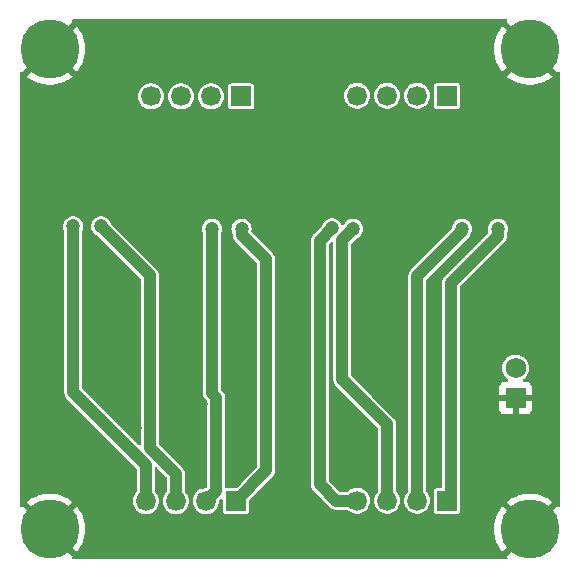
<source format=gbl>
%TF.GenerationSoftware,KiCad,Pcbnew,(7.0.0)*%
%TF.CreationDate,2023-03-20T10:58:12+01:00*%
%TF.ProjectId,Z_Brake,5a5f4272-616b-4652-9e6b-696361645f70,rev?*%
%TF.SameCoordinates,Original*%
%TF.FileFunction,Copper,L2,Bot*%
%TF.FilePolarity,Positive*%
%FSLAX46Y46*%
G04 Gerber Fmt 4.6, Leading zero omitted, Abs format (unit mm)*
G04 Created by KiCad (PCBNEW (7.0.0)) date 2023-03-20 10:58:12*
%MOMM*%
%LPD*%
G01*
G04 APERTURE LIST*
%TA.AperFunction,ComponentPad*%
%ADD10C,5.000000*%
%TD*%
%TA.AperFunction,ComponentPad*%
%ADD11R,1.755000X1.755000*%
%TD*%
%TA.AperFunction,ComponentPad*%
%ADD12C,1.755000*%
%TD*%
%TA.AperFunction,ComponentPad*%
%ADD13R,1.690000X1.690000*%
%TD*%
%TA.AperFunction,ComponentPad*%
%ADD14C,1.690000*%
%TD*%
%TA.AperFunction,ViaPad*%
%ADD15C,1.200000*%
%TD*%
%TA.AperFunction,Conductor*%
%ADD16C,1.000000*%
%TD*%
G04 APERTURE END LIST*
D10*
%TO.P,MH1,1,1*%
%TO.N,GND*%
X59055000Y-80010000D03*
%TD*%
%TO.P,MH2,1,1*%
%TO.N,GND*%
X99695000Y-80010000D03*
%TD*%
%TO.P,MH3,1,1*%
%TO.N,GND*%
X59055000Y-120650000D03*
%TD*%
%TO.P,MH4,1,1*%
%TO.N,GND*%
X99695000Y-120650000D03*
%TD*%
D11*
%TO.P,P2,1,Pin_1*%
%TO.N,GND*%
X98499999Y-109539999D03*
D12*
%TO.P,P2,2,Pin_2*%
%TO.N,+24V*%
X98500000Y-107000000D03*
%TD*%
D13*
%TO.P,P1,1,Pin_1*%
%TO.N,Net-(P1-Pin_1)*%
X92709999Y-83944999D03*
D14*
%TO.P,P1,2,Pin_2*%
%TO.N,Net-(P1-Pin_2)*%
X90170000Y-83945000D03*
%TO.P,P1,3,Pin_3*%
%TO.N,Net-(P1-Pin_3)*%
X87630000Y-83945000D03*
%TO.P,P1,4,Pin_4*%
%TO.N,Net-(P1-Pin_4)*%
X85090000Y-83945000D03*
%TD*%
D13*
%TO.P,P3,1,Pin_1*%
%TO.N,Net-(P3-Pin_1)*%
X92709999Y-118234999D03*
D14*
%TO.P,P3,2,Pin_2*%
%TO.N,Net-(P3-Pin_2)*%
X90170000Y-118235000D03*
%TO.P,P3,3,Pin_3*%
%TO.N,Net-(P3-Pin_3)*%
X87630000Y-118235000D03*
%TO.P,P3,4,Pin_4*%
%TO.N,Net-(P3-Pin_4)*%
X85090000Y-118235000D03*
%TD*%
D13*
%TO.P,P4,1,Pin_1*%
%TO.N,Net-(P4-Pin_1)*%
X75249999Y-83999999D03*
D14*
%TO.P,P4,2,Pin_2*%
%TO.N,Net-(P4-Pin_2)*%
X72710000Y-84000000D03*
%TO.P,P4,3,Pin_3*%
%TO.N,Net-(P4-Pin_3)*%
X70170000Y-84000000D03*
%TO.P,P4,4,Pin_4*%
%TO.N,Net-(P4-Pin_4)*%
X67630000Y-84000000D03*
%TD*%
D13*
%TO.P,P5,1,Pin_1*%
%TO.N,Net-(P5-Pin_1)*%
X74809999Y-118259999D03*
D14*
%TO.P,P5,2,Pin_2*%
%TO.N,Net-(P5-Pin_2)*%
X72270000Y-118260000D03*
%TO.P,P5,3,Pin_3*%
%TO.N,Net-(P5-Pin_3)*%
X69730000Y-118260000D03*
%TO.P,P5,4,Pin_4*%
%TO.N,Net-(P5-Pin_4)*%
X67190000Y-118260000D03*
%TD*%
D15*
%TO.N,GND*%
X85400000Y-106200000D03*
X74168000Y-106934000D03*
X69926200Y-111328200D03*
X66250000Y-112050000D03*
X71856600Y-110057200D03*
%TO.N,Net-(P3-Pin_2)*%
X93980000Y-95220000D03*
%TO.N,Net-(P3-Pin_1)*%
X97000000Y-95220500D03*
%TO.N,Net-(P3-Pin_3)*%
X84750000Y-95220500D03*
%TO.N,Net-(P3-Pin_4)*%
X82959003Y-95173725D03*
%TO.N,Net-(P5-Pin_1)*%
X75296400Y-95220500D03*
%TO.N,Net-(P5-Pin_2)*%
X72800000Y-95200000D03*
%TO.N,Net-(P5-Pin_3)*%
X63400000Y-95000000D03*
%TO.N,Net-(P5-Pin_4)*%
X61050000Y-95000000D03*
%TD*%
D16*
%TO.N,Net-(P3-Pin_2)*%
X93980000Y-95420000D02*
X93980000Y-95220000D01*
X90170000Y-99230000D02*
X93980000Y-95420000D01*
X90170000Y-118235000D02*
X90170000Y-99230000D01*
%TO.N,Net-(P3-Pin_1)*%
X93000000Y-117945000D02*
X92710000Y-118235000D01*
X93000000Y-99800000D02*
X93000000Y-117945000D01*
X97000000Y-95220500D02*
X97000000Y-95800000D01*
X97000000Y-95800000D02*
X93000000Y-99800000D01*
%TO.N,Net-(P3-Pin_3)*%
X83820000Y-96150500D02*
X83820000Y-107950000D01*
X84750000Y-95220500D02*
X83820000Y-96150500D01*
X87630000Y-111760000D02*
X87630000Y-118235000D01*
X83820000Y-107950000D02*
X87630000Y-111760000D01*
%TO.N,Net-(P3-Pin_4)*%
X81915000Y-116840000D02*
X83310000Y-118235000D01*
X81915000Y-96217728D02*
X81915000Y-116840000D01*
X82959003Y-95173725D02*
X81915000Y-96217728D01*
X83310000Y-118235000D02*
X85090000Y-118235000D01*
%TO.N,Net-(P5-Pin_1)*%
X75296400Y-95220500D02*
X75296400Y-95696400D01*
X77400000Y-97800000D02*
X77400000Y-115670000D01*
X77400000Y-115670000D02*
X74810000Y-118260000D01*
X75296400Y-95696400D02*
X77400000Y-97800000D01*
%TO.N,Net-(P5-Pin_2)*%
X73156600Y-109518722D02*
X73156600Y-117373400D01*
X72771000Y-109133122D02*
X73156600Y-109518722D01*
X72771000Y-95229000D02*
X72771000Y-109133122D01*
X73156600Y-117373400D02*
X72270000Y-118260000D01*
X72800000Y-95200000D02*
X72771000Y-95229000D01*
%TO.N,Net-(P5-Pin_3)*%
X69730000Y-115930000D02*
X69730000Y-118260000D01*
X63400000Y-95000000D02*
X67550000Y-99150000D01*
X67550000Y-99150000D02*
X67550000Y-113750000D01*
X67550000Y-113750000D02*
X69730000Y-115930000D01*
%TO.N,Net-(P5-Pin_4)*%
X61050000Y-109050000D02*
X67190000Y-115190000D01*
X67190000Y-115190000D02*
X67190000Y-118260000D01*
X61050000Y-95000000D02*
X61050000Y-109050000D01*
%TD*%
%TA.AperFunction,Conductor*%
%TO.N,GND*%
G36*
X97755405Y-77484749D02*
G01*
X97800711Y-77525542D01*
X97821562Y-77582829D01*
X97813077Y-77643200D01*
X97777244Y-77692521D01*
X97768638Y-77699741D01*
X97760827Y-77711250D01*
X97767605Y-77723394D01*
X99695000Y-79650790D01*
X101985306Y-81941095D01*
X101997182Y-81947875D01*
X102006657Y-81942094D01*
X102007930Y-81940385D01*
X102056412Y-81901122D01*
X102117787Y-81889930D01*
X102177007Y-81909552D01*
X102219555Y-81955178D01*
X102235000Y-82015623D01*
X102235000Y-118644377D01*
X102219555Y-118704822D01*
X102177007Y-118750448D01*
X102117787Y-118770070D01*
X102056412Y-118758878D01*
X102007930Y-118719615D01*
X102006658Y-118717907D01*
X101997181Y-118712123D01*
X101985307Y-118718902D01*
X97767605Y-122936604D01*
X97760827Y-122948748D01*
X97768639Y-122960257D01*
X97777245Y-122967479D01*
X97813078Y-123016800D01*
X97821563Y-123077171D01*
X97800711Y-123134459D01*
X97755406Y-123175251D01*
X97696253Y-123190000D01*
X61053746Y-123190000D01*
X60994593Y-123175251D01*
X60949288Y-123134459D01*
X60928436Y-123077171D01*
X60936921Y-123016800D01*
X60972754Y-122967479D01*
X60981359Y-122960257D01*
X60989171Y-122948749D01*
X60982392Y-122936603D01*
X59055000Y-121009210D01*
X58695790Y-120650000D01*
X59419167Y-120650000D01*
X59425939Y-120661729D01*
X61345306Y-122581095D01*
X61357182Y-122587875D01*
X61366655Y-122582095D01*
X61570221Y-122308659D01*
X61574239Y-122302550D01*
X61745768Y-122005453D01*
X61749056Y-121998907D01*
X61884933Y-121683908D01*
X61887436Y-121677029D01*
X61985827Y-121348382D01*
X61987517Y-121341255D01*
X62047089Y-121003403D01*
X62047937Y-120996143D01*
X62067885Y-120653657D01*
X96682115Y-120653657D01*
X96702062Y-120996143D01*
X96702910Y-121003403D01*
X96762482Y-121341255D01*
X96764172Y-121348382D01*
X96862563Y-121677029D01*
X96865066Y-121683908D01*
X97000943Y-121998907D01*
X97004231Y-122005453D01*
X97175760Y-122302550D01*
X97179778Y-122308659D01*
X97383343Y-122582094D01*
X97392817Y-122587875D01*
X97404691Y-122581096D01*
X99324059Y-120661729D01*
X99330831Y-120650000D01*
X99324059Y-120638270D01*
X97404693Y-118718904D01*
X97392817Y-118712124D01*
X97383342Y-118717906D01*
X97179778Y-118991340D01*
X97175760Y-118997449D01*
X97004231Y-119294546D01*
X97000943Y-119301092D01*
X96865066Y-119616091D01*
X96862563Y-119622970D01*
X96764172Y-119951617D01*
X96762482Y-119958744D01*
X96702910Y-120296596D01*
X96702062Y-120303856D01*
X96682115Y-120646343D01*
X96682115Y-120653657D01*
X62067885Y-120653657D01*
X62067885Y-120646343D01*
X62047937Y-120303856D01*
X62047089Y-120296596D01*
X61987517Y-119958744D01*
X61985827Y-119951617D01*
X61887436Y-119622970D01*
X61884933Y-119616091D01*
X61749056Y-119301092D01*
X61745768Y-119294546D01*
X61574239Y-118997449D01*
X61570221Y-118991340D01*
X61366657Y-118717906D01*
X61357181Y-118712123D01*
X61345307Y-118718902D01*
X59425939Y-120638270D01*
X59419167Y-120650000D01*
X58695790Y-120650000D01*
X56764693Y-118718904D01*
X56752817Y-118712124D01*
X56743341Y-118717907D01*
X56742070Y-118719615D01*
X56693588Y-118758878D01*
X56632213Y-118770070D01*
X56572993Y-118750448D01*
X56530445Y-118704822D01*
X56515000Y-118644377D01*
X56515000Y-118351250D01*
X57120827Y-118351250D01*
X57127605Y-118363394D01*
X59043270Y-120279059D01*
X59055000Y-120285831D01*
X59066729Y-120279059D01*
X60982393Y-118363394D01*
X60989171Y-118351250D01*
X60981360Y-118339742D01*
X60857105Y-118235480D01*
X60851235Y-118231110D01*
X60564603Y-118042590D01*
X60558281Y-118038940D01*
X60251696Y-117884967D01*
X60244981Y-117882071D01*
X59922619Y-117764741D01*
X59915596Y-117762638D01*
X59581774Y-117683520D01*
X59574586Y-117682253D01*
X59233840Y-117642425D01*
X59226527Y-117642000D01*
X58883473Y-117642000D01*
X58876159Y-117642425D01*
X58535413Y-117682253D01*
X58528225Y-117683520D01*
X58194403Y-117762638D01*
X58187380Y-117764741D01*
X57865018Y-117882071D01*
X57858303Y-117884967D01*
X57551718Y-118038940D01*
X57545396Y-118042590D01*
X57258764Y-118231110D01*
X57252894Y-118235480D01*
X57128638Y-118339742D01*
X57120827Y-118351250D01*
X56515000Y-118351250D01*
X56515000Y-95000000D01*
X60190793Y-95000000D01*
X60209569Y-95178639D01*
X60211608Y-95184916D01*
X60211609Y-95184918D01*
X60263035Y-95343194D01*
X60263036Y-95343198D01*
X60265075Y-95349471D01*
X60268370Y-95355178D01*
X60268375Y-95355189D01*
X60278619Y-95372931D01*
X60295500Y-95435931D01*
X60295500Y-108985853D01*
X60294170Y-109004115D01*
X60291748Y-109020645D01*
X60291747Y-109020650D01*
X60290685Y-109027906D01*
X60291324Y-109035211D01*
X60291324Y-109035215D01*
X60295021Y-109077468D01*
X60295500Y-109088449D01*
X60295500Y-109093941D01*
X60299116Y-109124892D01*
X60299484Y-109128495D01*
X60302772Y-109166065D01*
X60306057Y-109203612D01*
X60308365Y-109210578D01*
X60309021Y-109213753D01*
X60309101Y-109214251D01*
X60309242Y-109214747D01*
X60309988Y-109217894D01*
X60310840Y-109225184D01*
X60332974Y-109286000D01*
X60336624Y-109296027D01*
X60337824Y-109299480D01*
X60361536Y-109371036D01*
X60365386Y-109377278D01*
X60366753Y-109380209D01*
X60366952Y-109380691D01*
X60367196Y-109381127D01*
X60368657Y-109384036D01*
X60371164Y-109390924D01*
X60408172Y-109447193D01*
X60412601Y-109453926D01*
X60414546Y-109456979D01*
X60454130Y-109521154D01*
X60459324Y-109526348D01*
X60461320Y-109528872D01*
X60461627Y-109529297D01*
X60461963Y-109529664D01*
X60464052Y-109532154D01*
X60468085Y-109538285D01*
X60473423Y-109543321D01*
X60522920Y-109590019D01*
X60525549Y-109592573D01*
X66398595Y-115465619D01*
X66425909Y-115506496D01*
X66435500Y-115554714D01*
X66435500Y-117404380D01*
X66424764Y-117455273D01*
X66394387Y-117497494D01*
X66378285Y-117512172D01*
X66378276Y-117512181D01*
X66373979Y-117516099D01*
X66370474Y-117520739D01*
X66370466Y-117520749D01*
X66254693Y-117674057D01*
X66254687Y-117674066D01*
X66251182Y-117678708D01*
X66248588Y-117683915D01*
X66248585Y-117683922D01*
X66162949Y-117855902D01*
X66162946Y-117855908D01*
X66160355Y-117861113D01*
X66158763Y-117866706D01*
X66158761Y-117866713D01*
X66108720Y-118042590D01*
X66104591Y-118057102D01*
X66085790Y-118260000D01*
X66104591Y-118462898D01*
X66106183Y-118468496D01*
X66106184Y-118468497D01*
X66156226Y-118644377D01*
X66160355Y-118658887D01*
X66162948Y-118664094D01*
X66162949Y-118664097D01*
X66238733Y-118816292D01*
X66251182Y-118841292D01*
X66254690Y-118845938D01*
X66254693Y-118845942D01*
X66370466Y-118999250D01*
X66370470Y-118999254D01*
X66373979Y-119003901D01*
X66378281Y-119007823D01*
X66378284Y-119007826D01*
X66466464Y-119088213D01*
X66524565Y-119141179D01*
X66697811Y-119248448D01*
X66887819Y-119322057D01*
X67088116Y-119359500D01*
X67286059Y-119359500D01*
X67291884Y-119359500D01*
X67492181Y-119322057D01*
X67682189Y-119248448D01*
X67855435Y-119141179D01*
X68006021Y-119003901D01*
X68128818Y-118841292D01*
X68219645Y-118658887D01*
X68275409Y-118462898D01*
X68294210Y-118260000D01*
X68275409Y-118057102D01*
X68219645Y-117861113D01*
X68128818Y-117678708D01*
X68125306Y-117674057D01*
X68009533Y-117520749D01*
X68009530Y-117520745D01*
X68006021Y-117516099D01*
X68001717Y-117512175D01*
X68001714Y-117512172D01*
X67985613Y-117497494D01*
X67955236Y-117455273D01*
X67944500Y-117404380D01*
X67944500Y-115515714D01*
X67958233Y-115458511D01*
X67996439Y-115413778D01*
X68050789Y-115391265D01*
X68109436Y-115395881D01*
X68159595Y-115426619D01*
X68938595Y-116205619D01*
X68965909Y-116246496D01*
X68975500Y-116294714D01*
X68975500Y-117404380D01*
X68964764Y-117455273D01*
X68934387Y-117497494D01*
X68918285Y-117512172D01*
X68918276Y-117512181D01*
X68913979Y-117516099D01*
X68910474Y-117520739D01*
X68910466Y-117520749D01*
X68794693Y-117674057D01*
X68794687Y-117674066D01*
X68791182Y-117678708D01*
X68788588Y-117683915D01*
X68788585Y-117683922D01*
X68702949Y-117855902D01*
X68702946Y-117855908D01*
X68700355Y-117861113D01*
X68698763Y-117866706D01*
X68698761Y-117866713D01*
X68648720Y-118042590D01*
X68644591Y-118057102D01*
X68625790Y-118260000D01*
X68644591Y-118462898D01*
X68646183Y-118468496D01*
X68646184Y-118468497D01*
X68696226Y-118644377D01*
X68700355Y-118658887D01*
X68702948Y-118664094D01*
X68702949Y-118664097D01*
X68778733Y-118816292D01*
X68791182Y-118841292D01*
X68794690Y-118845938D01*
X68794693Y-118845942D01*
X68910466Y-118999250D01*
X68910470Y-118999254D01*
X68913979Y-119003901D01*
X68918281Y-119007823D01*
X68918284Y-119007826D01*
X69006464Y-119088213D01*
X69064565Y-119141179D01*
X69237811Y-119248448D01*
X69427819Y-119322057D01*
X69628116Y-119359500D01*
X69826059Y-119359500D01*
X69831884Y-119359500D01*
X70032181Y-119322057D01*
X70222189Y-119248448D01*
X70395435Y-119141179D01*
X70546021Y-119003901D01*
X70668818Y-118841292D01*
X70759645Y-118658887D01*
X70815409Y-118462898D01*
X70834210Y-118260000D01*
X71165790Y-118260000D01*
X71184591Y-118462898D01*
X71186183Y-118468496D01*
X71186184Y-118468497D01*
X71236226Y-118644377D01*
X71240355Y-118658887D01*
X71242948Y-118664094D01*
X71242949Y-118664097D01*
X71318733Y-118816292D01*
X71331182Y-118841292D01*
X71334690Y-118845938D01*
X71334693Y-118845942D01*
X71450466Y-118999250D01*
X71450470Y-118999254D01*
X71453979Y-119003901D01*
X71458281Y-119007823D01*
X71458284Y-119007826D01*
X71546464Y-119088213D01*
X71604565Y-119141179D01*
X71777811Y-119248448D01*
X71967819Y-119322057D01*
X72168116Y-119359500D01*
X72366059Y-119359500D01*
X72371884Y-119359500D01*
X72572181Y-119322057D01*
X72762189Y-119248448D01*
X72935435Y-119141179D01*
X73086021Y-119003901D01*
X73208818Y-118841292D01*
X73299645Y-118658887D01*
X73355409Y-118462898D01*
X73373810Y-118264312D01*
X73385215Y-118222396D01*
X73410175Y-118186847D01*
X73495407Y-118101615D01*
X73545564Y-118070879D01*
X73604211Y-118066263D01*
X73658561Y-118088776D01*
X73696767Y-118133509D01*
X73710500Y-118190712D01*
X73710500Y-119123877D01*
X73710500Y-119123887D01*
X73710501Y-119130066D01*
X73711707Y-119136132D01*
X73711708Y-119136137D01*
X73722346Y-119189620D01*
X73725266Y-119204301D01*
X73781516Y-119288484D01*
X73865699Y-119344734D01*
X73939933Y-119359500D01*
X75680066Y-119359499D01*
X75754301Y-119344734D01*
X75838484Y-119288484D01*
X75894734Y-119204301D01*
X75909500Y-119130067D01*
X75909499Y-118279712D01*
X75919090Y-118231495D01*
X75946401Y-118190621D01*
X77319116Y-116817906D01*
X81155685Y-116817906D01*
X81156324Y-116825211D01*
X81156324Y-116825215D01*
X81160021Y-116867468D01*
X81160500Y-116878449D01*
X81160500Y-116883941D01*
X81164116Y-116914892D01*
X81164484Y-116918495D01*
X81171057Y-116993612D01*
X81173365Y-117000578D01*
X81174021Y-117003753D01*
X81174101Y-117004251D01*
X81174242Y-117004747D01*
X81174988Y-117007894D01*
X81175840Y-117015184D01*
X81178349Y-117022079D01*
X81178350Y-117022081D01*
X81201624Y-117086027D01*
X81202824Y-117089480D01*
X81226536Y-117161036D01*
X81230386Y-117167278D01*
X81231753Y-117170209D01*
X81231952Y-117170691D01*
X81232196Y-117171127D01*
X81233657Y-117174036D01*
X81236164Y-117180924D01*
X81268760Y-117230485D01*
X81277601Y-117243926D01*
X81279546Y-117246979D01*
X81319130Y-117311154D01*
X81324324Y-117316348D01*
X81326320Y-117318872D01*
X81326627Y-117319297D01*
X81326963Y-117319664D01*
X81329052Y-117322154D01*
X81333085Y-117328285D01*
X81378490Y-117371122D01*
X81387920Y-117380019D01*
X81390549Y-117382573D01*
X82731131Y-118723155D01*
X82743103Y-118737008D01*
X82757461Y-118756294D01*
X82773879Y-118770070D01*
X82795566Y-118788268D01*
X82803670Y-118795694D01*
X82807559Y-118799583D01*
X82810434Y-118801856D01*
X82810436Y-118801858D01*
X82831977Y-118818890D01*
X82834820Y-118821206D01*
X82892573Y-118869667D01*
X82899130Y-118872960D01*
X82901834Y-118874738D01*
X82902248Y-118875037D01*
X82902705Y-118875292D01*
X82905449Y-118876985D01*
X82911209Y-118881539D01*
X82979525Y-118913395D01*
X82982817Y-118914988D01*
X83050189Y-118948824D01*
X83057332Y-118950516D01*
X83060361Y-118951619D01*
X83060846Y-118951820D01*
X83061336Y-118951959D01*
X83064407Y-118952976D01*
X83071060Y-118956079D01*
X83144954Y-118971336D01*
X83148405Y-118972101D01*
X83221812Y-118989500D01*
X83229156Y-118989500D01*
X83232363Y-118989875D01*
X83232878Y-118989958D01*
X83233376Y-118989980D01*
X83236612Y-118990262D01*
X83243794Y-118991746D01*
X83319160Y-118989553D01*
X83322826Y-118989500D01*
X84236792Y-118989500D01*
X84282308Y-118998009D01*
X84321678Y-119022385D01*
X84424565Y-119116179D01*
X84597811Y-119223448D01*
X84787819Y-119297057D01*
X84988116Y-119334500D01*
X85186059Y-119334500D01*
X85191884Y-119334500D01*
X85392181Y-119297057D01*
X85582189Y-119223448D01*
X85755435Y-119116179D01*
X85906021Y-118978901D01*
X86028818Y-118816292D01*
X86119645Y-118633887D01*
X86175409Y-118437898D01*
X86194210Y-118235000D01*
X86175409Y-118032102D01*
X86119645Y-117836113D01*
X86028818Y-117653708D01*
X86025306Y-117649057D01*
X85909533Y-117495749D01*
X85909530Y-117495745D01*
X85906021Y-117491099D01*
X85901717Y-117487176D01*
X85901715Y-117487173D01*
X85783472Y-117379380D01*
X85755435Y-117353821D01*
X85676436Y-117304907D01*
X85587148Y-117249622D01*
X85587144Y-117249620D01*
X85582189Y-117246552D01*
X85576758Y-117244448D01*
X85576754Y-117244446D01*
X85397608Y-117175045D01*
X85397603Y-117175043D01*
X85392181Y-117172943D01*
X85386461Y-117171873D01*
X85386455Y-117171872D01*
X85197612Y-117136570D01*
X85197603Y-117136569D01*
X85191884Y-117135500D01*
X84988116Y-117135500D01*
X84982397Y-117136569D01*
X84982387Y-117136570D01*
X84793544Y-117171872D01*
X84793535Y-117171874D01*
X84787819Y-117172943D01*
X84782398Y-117175042D01*
X84782391Y-117175045D01*
X84603245Y-117244446D01*
X84603237Y-117244449D01*
X84597811Y-117246552D01*
X84592860Y-117249617D01*
X84592851Y-117249622D01*
X84429518Y-117350754D01*
X84424565Y-117353821D01*
X84420266Y-117357739D01*
X84420262Y-117357743D01*
X84321678Y-117447615D01*
X84282308Y-117471991D01*
X84236792Y-117480500D01*
X83674714Y-117480500D01*
X83626496Y-117470909D01*
X83585619Y-117443595D01*
X82706405Y-116564381D01*
X82679091Y-116523504D01*
X82669500Y-116475286D01*
X82669500Y-96582443D01*
X82679091Y-96534225D01*
X82706405Y-96493348D01*
X82850405Y-96349348D01*
X82900564Y-96318610D01*
X82959211Y-96313994D01*
X83013561Y-96336507D01*
X83051767Y-96381240D01*
X83065500Y-96438443D01*
X83065500Y-107885853D01*
X83064170Y-107904115D01*
X83061748Y-107920645D01*
X83061747Y-107920650D01*
X83060685Y-107927906D01*
X83061324Y-107935211D01*
X83061324Y-107935215D01*
X83065021Y-107977468D01*
X83065500Y-107988449D01*
X83065500Y-107993941D01*
X83069116Y-108024892D01*
X83069484Y-108028495D01*
X83075114Y-108092840D01*
X83076057Y-108103612D01*
X83078365Y-108110578D01*
X83079021Y-108113753D01*
X83079101Y-108114251D01*
X83079242Y-108114747D01*
X83079988Y-108117894D01*
X83080840Y-108125184D01*
X83083349Y-108132079D01*
X83083350Y-108132081D01*
X83106624Y-108196027D01*
X83107824Y-108199480D01*
X83131536Y-108271036D01*
X83135386Y-108277278D01*
X83136753Y-108280209D01*
X83136952Y-108280691D01*
X83137196Y-108281127D01*
X83138657Y-108284036D01*
X83141164Y-108290924D01*
X83151610Y-108306807D01*
X83182601Y-108353926D01*
X83184546Y-108356979D01*
X83224130Y-108421154D01*
X83229324Y-108426348D01*
X83231320Y-108428872D01*
X83231627Y-108429297D01*
X83231963Y-108429664D01*
X83234052Y-108432154D01*
X83238085Y-108438285D01*
X83243423Y-108443321D01*
X83292920Y-108490019D01*
X83295549Y-108492573D01*
X86838595Y-112035619D01*
X86865909Y-112076496D01*
X86875500Y-112124714D01*
X86875500Y-117379380D01*
X86864764Y-117430273D01*
X86834387Y-117472494D01*
X86818285Y-117487172D01*
X86818276Y-117487181D01*
X86813979Y-117491099D01*
X86810474Y-117495739D01*
X86810466Y-117495749D01*
X86694693Y-117649057D01*
X86694687Y-117649066D01*
X86691182Y-117653708D01*
X86688588Y-117658915D01*
X86688585Y-117658922D01*
X86602949Y-117830902D01*
X86602946Y-117830908D01*
X86600355Y-117836113D01*
X86598763Y-117841706D01*
X86598761Y-117841713D01*
X86574797Y-117925939D01*
X86544591Y-118032102D01*
X86544054Y-118037894D01*
X86544054Y-118037896D01*
X86540998Y-118070879D01*
X86525790Y-118235000D01*
X86544591Y-118437898D01*
X86600355Y-118633887D01*
X86602948Y-118639094D01*
X86602949Y-118639097D01*
X86688585Y-118811077D01*
X86691182Y-118816292D01*
X86694690Y-118820938D01*
X86694693Y-118820942D01*
X86810466Y-118974250D01*
X86810470Y-118974254D01*
X86813979Y-118978901D01*
X86818281Y-118982823D01*
X86818284Y-118982826D01*
X86845708Y-119007826D01*
X86964565Y-119116179D01*
X87137811Y-119223448D01*
X87327819Y-119297057D01*
X87528116Y-119334500D01*
X87726059Y-119334500D01*
X87731884Y-119334500D01*
X87932181Y-119297057D01*
X88122189Y-119223448D01*
X88295435Y-119116179D01*
X88446021Y-118978901D01*
X88568818Y-118816292D01*
X88659645Y-118633887D01*
X88715409Y-118437898D01*
X88734210Y-118235000D01*
X89065790Y-118235000D01*
X89084591Y-118437898D01*
X89140355Y-118633887D01*
X89142948Y-118639094D01*
X89142949Y-118639097D01*
X89228585Y-118811077D01*
X89231182Y-118816292D01*
X89234690Y-118820938D01*
X89234693Y-118820942D01*
X89350466Y-118974250D01*
X89350470Y-118974254D01*
X89353979Y-118978901D01*
X89358281Y-118982823D01*
X89358284Y-118982826D01*
X89385708Y-119007826D01*
X89504565Y-119116179D01*
X89677811Y-119223448D01*
X89867819Y-119297057D01*
X90068116Y-119334500D01*
X90266059Y-119334500D01*
X90271884Y-119334500D01*
X90472181Y-119297057D01*
X90662189Y-119223448D01*
X90835435Y-119116179D01*
X90854403Y-119098887D01*
X91610500Y-119098887D01*
X91610501Y-119105066D01*
X91611707Y-119111132D01*
X91611708Y-119111137D01*
X91622844Y-119167125D01*
X91625266Y-119179301D01*
X91632162Y-119189621D01*
X91672875Y-119250553D01*
X91681516Y-119263484D01*
X91765699Y-119319734D01*
X91839933Y-119334500D01*
X93580066Y-119334499D01*
X93654301Y-119319734D01*
X93738484Y-119263484D01*
X93794734Y-119179301D01*
X93809500Y-119105067D01*
X93809500Y-118351250D01*
X97760827Y-118351250D01*
X97767605Y-118363394D01*
X99683270Y-120279059D01*
X99695000Y-120285831D01*
X99706729Y-120279059D01*
X101622393Y-118363394D01*
X101629171Y-118351250D01*
X101621360Y-118339742D01*
X101497105Y-118235480D01*
X101491235Y-118231110D01*
X101204603Y-118042590D01*
X101198281Y-118038940D01*
X100891696Y-117884967D01*
X100884981Y-117882071D01*
X100562619Y-117764741D01*
X100555596Y-117762638D01*
X100221774Y-117683520D01*
X100214586Y-117682253D01*
X99873840Y-117642425D01*
X99866527Y-117642000D01*
X99523473Y-117642000D01*
X99516159Y-117642425D01*
X99175413Y-117682253D01*
X99168225Y-117683520D01*
X98834403Y-117762638D01*
X98827380Y-117764741D01*
X98505018Y-117882071D01*
X98498303Y-117884967D01*
X98191718Y-118038940D01*
X98185396Y-118042590D01*
X97898764Y-118231110D01*
X97892894Y-118235480D01*
X97768638Y-118339742D01*
X97760827Y-118351250D01*
X93809500Y-118351250D01*
X93809499Y-117364934D01*
X93794734Y-117290699D01*
X93775735Y-117262265D01*
X93759926Y-117228839D01*
X93754500Y-117192263D01*
X93754500Y-110462723D01*
X97114500Y-110462723D01*
X97114859Y-110469438D01*
X97120162Y-110518757D01*
X97123759Y-110533978D01*
X97168905Y-110655019D01*
X97177454Y-110670675D01*
X97254197Y-110773192D01*
X97266807Y-110785802D01*
X97369324Y-110862545D01*
X97384980Y-110871094D01*
X97506021Y-110916240D01*
X97521242Y-110919837D01*
X97570561Y-110925140D01*
X97577277Y-110925500D01*
X98229410Y-110925500D01*
X98242493Y-110921993D01*
X98246000Y-110908910D01*
X98754000Y-110908910D01*
X98757506Y-110921993D01*
X98770590Y-110925500D01*
X99422723Y-110925500D01*
X99429438Y-110925140D01*
X99478757Y-110919837D01*
X99493978Y-110916240D01*
X99615019Y-110871094D01*
X99630675Y-110862545D01*
X99733192Y-110785802D01*
X99745802Y-110773192D01*
X99822545Y-110670675D01*
X99831094Y-110655019D01*
X99876240Y-110533978D01*
X99879837Y-110518757D01*
X99885140Y-110469438D01*
X99885500Y-110462723D01*
X99885500Y-109810590D01*
X99881993Y-109797506D01*
X99868910Y-109794000D01*
X98770590Y-109794000D01*
X98757506Y-109797506D01*
X98754000Y-109810590D01*
X98754000Y-110908910D01*
X98246000Y-110908910D01*
X98246000Y-109810590D01*
X98242493Y-109797506D01*
X98229410Y-109794000D01*
X97131090Y-109794000D01*
X97118006Y-109797506D01*
X97114500Y-109810590D01*
X97114500Y-110462723D01*
X93754500Y-110462723D01*
X93754500Y-109269410D01*
X97114500Y-109269410D01*
X97118006Y-109282493D01*
X97131090Y-109286000D01*
X99868910Y-109286000D01*
X99881993Y-109282493D01*
X99885500Y-109269410D01*
X99885500Y-108617277D01*
X99885140Y-108610561D01*
X99879837Y-108561242D01*
X99876240Y-108546021D01*
X99831094Y-108424980D01*
X99822545Y-108409324D01*
X99745802Y-108306807D01*
X99733192Y-108294197D01*
X99630675Y-108217454D01*
X99615019Y-108208905D01*
X99493978Y-108163759D01*
X99478757Y-108160162D01*
X99429438Y-108154859D01*
X99422723Y-108154500D01*
X99228587Y-108154500D01*
X99166260Y-108138005D01*
X99120252Y-108092840D01*
X99102609Y-108030829D01*
X99117949Y-107968208D01*
X99162254Y-107921374D01*
X99185105Y-107907226D01*
X99340142Y-107765891D01*
X99466569Y-107598474D01*
X99560081Y-107410678D01*
X99617493Y-107208896D01*
X99636850Y-107000000D01*
X99617493Y-106791104D01*
X99560081Y-106589322D01*
X99466569Y-106401526D01*
X99340142Y-106234109D01*
X99335839Y-106230186D01*
X99335836Y-106230183D01*
X99189407Y-106096696D01*
X99189408Y-106096696D01*
X99185105Y-106092774D01*
X99105310Y-106043367D01*
X99011697Y-105985404D01*
X99011693Y-105985402D01*
X99006738Y-105982334D01*
X98811114Y-105906549D01*
X98805395Y-105905480D01*
X98805392Y-105905479D01*
X98610621Y-105869070D01*
X98610617Y-105869069D01*
X98604895Y-105868000D01*
X98395105Y-105868000D01*
X98389383Y-105869069D01*
X98389378Y-105869070D01*
X98194607Y-105905479D01*
X98194601Y-105905480D01*
X98188886Y-105906549D01*
X98183463Y-105908649D01*
X98183459Y-105908651D01*
X97998697Y-105980228D01*
X97998692Y-105980230D01*
X97993262Y-105982334D01*
X97988311Y-105985399D01*
X97988302Y-105985404D01*
X97819848Y-106089707D01*
X97814895Y-106092774D01*
X97810596Y-106096692D01*
X97810592Y-106096696D01*
X97664163Y-106230183D01*
X97664155Y-106230191D01*
X97659858Y-106234109D01*
X97656353Y-106238749D01*
X97656345Y-106238759D01*
X97536941Y-106396877D01*
X97536937Y-106396882D01*
X97533431Y-106401526D01*
X97530836Y-106406736D01*
X97530833Y-106406742D01*
X97442516Y-106584105D01*
X97442513Y-106584112D01*
X97439919Y-106589322D01*
X97382507Y-106791104D01*
X97363150Y-107000000D01*
X97382507Y-107208896D01*
X97439919Y-107410678D01*
X97533431Y-107598474D01*
X97536941Y-107603122D01*
X97656345Y-107761240D01*
X97656349Y-107761244D01*
X97659858Y-107765891D01*
X97664160Y-107769813D01*
X97664163Y-107769816D01*
X97754280Y-107851968D01*
X97814895Y-107907226D01*
X97837745Y-107921374D01*
X97882051Y-107968208D01*
X97897391Y-108030829D01*
X97879748Y-108092840D01*
X97833740Y-108138005D01*
X97771413Y-108154500D01*
X97577277Y-108154500D01*
X97570561Y-108154859D01*
X97521242Y-108160162D01*
X97506021Y-108163759D01*
X97384980Y-108208905D01*
X97369324Y-108217454D01*
X97266807Y-108294197D01*
X97254197Y-108306807D01*
X97177454Y-108409324D01*
X97168905Y-108424980D01*
X97123759Y-108546021D01*
X97120162Y-108561242D01*
X97114859Y-108610561D01*
X97114500Y-108617277D01*
X97114500Y-109269410D01*
X93754500Y-109269410D01*
X93754500Y-100164714D01*
X93764091Y-100116496D01*
X93791405Y-100075619D01*
X94714660Y-99152364D01*
X97488159Y-96378863D01*
X97502002Y-96366899D01*
X97521294Y-96352539D01*
X97553278Y-96314420D01*
X97560692Y-96306330D01*
X97564583Y-96302441D01*
X97583925Y-96277977D01*
X97586168Y-96275223D01*
X97634667Y-96217427D01*
X97637966Y-96210855D01*
X97639725Y-96208182D01*
X97640038Y-96207748D01*
X97640292Y-96207293D01*
X97641981Y-96204554D01*
X97646539Y-96198791D01*
X97678445Y-96130365D01*
X97679940Y-96127276D01*
X97713824Y-96059811D01*
X97715518Y-96052658D01*
X97716615Y-96049647D01*
X97716819Y-96049154D01*
X97716959Y-96048661D01*
X97717974Y-96045596D01*
X97721079Y-96038940D01*
X97736325Y-95965098D01*
X97737117Y-95961525D01*
X97737310Y-95960713D01*
X97754500Y-95888188D01*
X97754500Y-95880847D01*
X97754875Y-95877639D01*
X97754958Y-95877124D01*
X97754980Y-95876625D01*
X97755262Y-95873388D01*
X97756746Y-95866207D01*
X97754553Y-95790855D01*
X97754500Y-95787190D01*
X97754500Y-95656431D01*
X97771381Y-95593431D01*
X97781624Y-95575689D01*
X97781625Y-95575686D01*
X97784925Y-95569971D01*
X97840431Y-95399139D01*
X97859207Y-95220500D01*
X97840431Y-95041861D01*
X97784925Y-94871029D01*
X97695113Y-94715471D01*
X97574922Y-94581985D01*
X97569578Y-94578102D01*
X97569577Y-94578101D01*
X97463028Y-94500689D01*
X97429604Y-94476405D01*
X97265510Y-94403346D01*
X97259057Y-94401974D01*
X97259053Y-94401973D01*
X97096268Y-94367372D01*
X97096265Y-94367371D01*
X97089812Y-94366000D01*
X96910188Y-94366000D01*
X96903735Y-94367371D01*
X96903731Y-94367372D01*
X96740946Y-94401973D01*
X96740939Y-94401975D01*
X96734490Y-94403346D01*
X96728460Y-94406030D01*
X96728459Y-94406031D01*
X96576427Y-94473720D01*
X96576424Y-94473721D01*
X96570397Y-94476405D01*
X96565056Y-94480285D01*
X96565055Y-94480286D01*
X96430422Y-94578102D01*
X96430419Y-94578103D01*
X96425078Y-94581985D01*
X96420661Y-94586890D01*
X96420656Y-94586895D01*
X96309756Y-94710063D01*
X96304887Y-94715471D01*
X96301588Y-94721184D01*
X96301585Y-94721189D01*
X96218668Y-94864806D01*
X96215075Y-94871029D01*
X96213033Y-94877311D01*
X96213033Y-94877313D01*
X96161772Y-95035081D01*
X96159569Y-95041861D01*
X96140793Y-95220500D01*
X96141483Y-95227065D01*
X96158878Y-95392572D01*
X96158879Y-95392579D01*
X96159569Y-95399139D01*
X96171523Y-95435931D01*
X96178446Y-95457238D01*
X96181130Y-95525587D01*
X96147707Y-95585267D01*
X92511844Y-99221130D01*
X92497996Y-99233099D01*
X92484593Y-99243077D01*
X92484587Y-99243082D01*
X92478706Y-99247461D01*
X92473990Y-99253080D01*
X92473989Y-99253082D01*
X92446727Y-99285570D01*
X92439326Y-99293648D01*
X92438016Y-99294958D01*
X92438002Y-99294973D01*
X92435417Y-99297559D01*
X92433148Y-99300428D01*
X92433144Y-99300433D01*
X92416114Y-99321970D01*
X92413804Y-99324806D01*
X92370046Y-99376955D01*
X92370042Y-99376960D01*
X92365333Y-99382573D01*
X92362044Y-99389119D01*
X92360247Y-99391853D01*
X92359960Y-99392250D01*
X92359716Y-99392688D01*
X92358006Y-99395459D01*
X92353461Y-99401209D01*
X92350363Y-99407851D01*
X92350362Y-99407854D01*
X92321597Y-99469540D01*
X92320018Y-99472800D01*
X92286176Y-99540189D01*
X92284484Y-99547325D01*
X92283373Y-99550378D01*
X92283178Y-99550848D01*
X92283046Y-99551315D01*
X92282017Y-99554417D01*
X92278921Y-99561060D01*
X92277440Y-99568231D01*
X92277436Y-99568244D01*
X92263671Y-99634903D01*
X92262879Y-99638476D01*
X92247192Y-99704667D01*
X92247190Y-99704678D01*
X92245500Y-99711812D01*
X92245500Y-99719146D01*
X92245124Y-99722364D01*
X92245041Y-99722873D01*
X92245020Y-99723376D01*
X92244736Y-99726613D01*
X92243254Y-99733794D01*
X92243467Y-99741120D01*
X92243467Y-99741123D01*
X92245447Y-99809161D01*
X92245500Y-99812826D01*
X92245500Y-117009501D01*
X92228619Y-117072501D01*
X92182500Y-117118620D01*
X92119500Y-117135501D01*
X91839934Y-117135501D01*
X91833868Y-117136707D01*
X91833862Y-117136708D01*
X91777874Y-117147844D01*
X91777871Y-117147844D01*
X91765699Y-117150266D01*
X91755379Y-117157161D01*
X91755378Y-117157162D01*
X91691832Y-117199622D01*
X91691829Y-117199624D01*
X91681516Y-117206516D01*
X91674624Y-117216829D01*
X91674622Y-117216832D01*
X91632161Y-117280379D01*
X91632159Y-117280381D01*
X91625266Y-117290699D01*
X91622845Y-117302867D01*
X91622844Y-117302871D01*
X91611707Y-117358864D01*
X91610500Y-117364933D01*
X91610500Y-117371118D01*
X91610500Y-117371119D01*
X91610500Y-119098877D01*
X91610500Y-119098887D01*
X90854403Y-119098887D01*
X90986021Y-118978901D01*
X91108818Y-118816292D01*
X91199645Y-118633887D01*
X91255409Y-118437898D01*
X91274210Y-118235000D01*
X91255409Y-118032102D01*
X91199645Y-117836113D01*
X91108818Y-117653708D01*
X91105306Y-117649057D01*
X90989533Y-117495749D01*
X90989530Y-117495745D01*
X90986021Y-117491099D01*
X90981717Y-117487175D01*
X90981714Y-117487172D01*
X90965613Y-117472494D01*
X90935236Y-117430273D01*
X90924500Y-117379380D01*
X90924500Y-99594714D01*
X90934091Y-99546496D01*
X90961405Y-99505619D01*
X91815894Y-98651130D01*
X94468159Y-95998863D01*
X94482002Y-95986899D01*
X94501294Y-95972539D01*
X94533278Y-95934420D01*
X94540692Y-95926330D01*
X94544583Y-95922441D01*
X94563925Y-95897977D01*
X94566168Y-95895223D01*
X94614667Y-95837427D01*
X94617966Y-95830855D01*
X94619725Y-95828182D01*
X94620038Y-95827748D01*
X94620292Y-95827293D01*
X94621981Y-95824554D01*
X94626539Y-95818791D01*
X94657967Y-95751391D01*
X94670228Y-95730577D01*
X94670691Y-95729939D01*
X94675113Y-95725029D01*
X94764925Y-95569471D01*
X94820431Y-95398639D01*
X94839207Y-95220000D01*
X94820431Y-95041361D01*
X94764925Y-94870529D01*
X94675113Y-94714971D01*
X94554922Y-94581485D01*
X94549578Y-94577602D01*
X94549577Y-94577601D01*
X94435846Y-94494971D01*
X94409604Y-94475905D01*
X94245510Y-94402846D01*
X94239057Y-94401474D01*
X94239053Y-94401473D01*
X94076268Y-94366872D01*
X94076265Y-94366871D01*
X94069812Y-94365500D01*
X93890188Y-94365500D01*
X93883735Y-94366871D01*
X93883731Y-94366872D01*
X93720946Y-94401473D01*
X93720939Y-94401475D01*
X93714490Y-94402846D01*
X93708460Y-94405530D01*
X93708459Y-94405531D01*
X93556427Y-94473220D01*
X93556424Y-94473221D01*
X93550397Y-94475905D01*
X93545056Y-94479785D01*
X93545055Y-94479786D01*
X93410422Y-94577602D01*
X93410419Y-94577603D01*
X93405078Y-94581485D01*
X93400661Y-94586390D01*
X93400656Y-94586395D01*
X93289306Y-94710063D01*
X93284887Y-94714971D01*
X93281588Y-94720684D01*
X93281585Y-94720689D01*
X93202994Y-94856813D01*
X93195075Y-94870529D01*
X93193033Y-94876811D01*
X93193033Y-94876813D01*
X93143935Y-95027925D01*
X93139569Y-95041361D01*
X93138879Y-95047922D01*
X93138879Y-95047924D01*
X93126374Y-95166891D01*
X93114789Y-95207964D01*
X93090159Y-95242814D01*
X89681844Y-98651130D01*
X89667996Y-98663099D01*
X89654593Y-98673077D01*
X89654587Y-98673082D01*
X89648706Y-98677461D01*
X89643990Y-98683080D01*
X89643989Y-98683082D01*
X89616727Y-98715570D01*
X89609326Y-98723648D01*
X89608016Y-98724958D01*
X89608002Y-98724973D01*
X89605417Y-98727559D01*
X89603148Y-98730428D01*
X89603144Y-98730433D01*
X89586114Y-98751970D01*
X89583804Y-98754806D01*
X89540046Y-98806955D01*
X89540042Y-98806960D01*
X89535333Y-98812573D01*
X89532044Y-98819119D01*
X89530247Y-98821853D01*
X89529960Y-98822250D01*
X89529716Y-98822688D01*
X89528006Y-98825459D01*
X89523461Y-98831209D01*
X89520363Y-98837851D01*
X89520362Y-98837854D01*
X89491597Y-98899540D01*
X89490018Y-98902800D01*
X89456176Y-98970189D01*
X89454484Y-98977325D01*
X89453373Y-98980378D01*
X89453178Y-98980848D01*
X89453046Y-98981315D01*
X89452017Y-98984417D01*
X89448921Y-98991060D01*
X89447440Y-98998231D01*
X89447436Y-98998244D01*
X89433671Y-99064903D01*
X89432879Y-99068476D01*
X89417192Y-99134667D01*
X89417190Y-99134678D01*
X89415500Y-99141812D01*
X89415500Y-99149146D01*
X89415124Y-99152364D01*
X89415041Y-99152873D01*
X89415020Y-99153376D01*
X89414736Y-99156613D01*
X89413254Y-99163794D01*
X89413467Y-99171120D01*
X89413467Y-99171123D01*
X89415447Y-99239161D01*
X89415500Y-99242826D01*
X89415500Y-117379380D01*
X89404764Y-117430273D01*
X89374387Y-117472494D01*
X89358285Y-117487172D01*
X89358276Y-117487181D01*
X89353979Y-117491099D01*
X89350474Y-117495739D01*
X89350466Y-117495749D01*
X89234693Y-117649057D01*
X89234687Y-117649066D01*
X89231182Y-117653708D01*
X89228588Y-117658915D01*
X89228585Y-117658922D01*
X89142949Y-117830902D01*
X89142946Y-117830908D01*
X89140355Y-117836113D01*
X89138763Y-117841706D01*
X89138761Y-117841713D01*
X89114797Y-117925939D01*
X89084591Y-118032102D01*
X89084054Y-118037894D01*
X89084054Y-118037896D01*
X89080998Y-118070879D01*
X89065790Y-118235000D01*
X88734210Y-118235000D01*
X88715409Y-118032102D01*
X88659645Y-117836113D01*
X88568818Y-117653708D01*
X88565306Y-117649057D01*
X88449533Y-117495749D01*
X88449530Y-117495745D01*
X88446021Y-117491099D01*
X88441717Y-117487175D01*
X88441714Y-117487172D01*
X88425613Y-117472494D01*
X88395236Y-117430273D01*
X88384500Y-117379380D01*
X88384500Y-111824147D01*
X88385830Y-111805885D01*
X88389315Y-111782094D01*
X88384979Y-111732532D01*
X88384500Y-111721551D01*
X88384500Y-111719729D01*
X88384500Y-111716059D01*
X88380880Y-111685092D01*
X88380519Y-111681559D01*
X88373943Y-111606388D01*
X88371631Y-111599412D01*
X88370980Y-111596260D01*
X88370897Y-111595745D01*
X88370752Y-111595233D01*
X88370012Y-111592110D01*
X88369160Y-111584816D01*
X88343362Y-111513939D01*
X88342175Y-111510523D01*
X88320771Y-111445928D01*
X88318464Y-111438965D01*
X88314612Y-111432720D01*
X88313248Y-111429795D01*
X88313048Y-111429313D01*
X88312801Y-111428870D01*
X88311345Y-111425971D01*
X88308836Y-111419076D01*
X88267386Y-111356055D01*
X88265483Y-111353068D01*
X88225871Y-111288846D01*
X88220679Y-111283654D01*
X88218673Y-111281117D01*
X88218372Y-111280701D01*
X88218027Y-111280324D01*
X88215945Y-111277843D01*
X88211915Y-111271715D01*
X88157096Y-111219996D01*
X88154467Y-111217442D01*
X86384218Y-109447193D01*
X84611404Y-107674380D01*
X84584091Y-107633504D01*
X84574500Y-107585286D01*
X84574500Y-96515215D01*
X84584091Y-96466997D01*
X84611404Y-96426120D01*
X84701017Y-96336507D01*
X84972027Y-96065495D01*
X85015929Y-96038596D01*
X85015510Y-96037654D01*
X85028777Y-96031747D01*
X85179604Y-95964595D01*
X85324922Y-95859015D01*
X85445113Y-95725529D01*
X85534925Y-95569971D01*
X85590431Y-95399139D01*
X85609207Y-95220500D01*
X85590431Y-95041861D01*
X85534925Y-94871029D01*
X85445113Y-94715471D01*
X85324922Y-94581985D01*
X85319578Y-94578102D01*
X85319577Y-94578101D01*
X85213028Y-94500689D01*
X85179604Y-94476405D01*
X85015510Y-94403346D01*
X85009057Y-94401974D01*
X85009053Y-94401973D01*
X84846268Y-94367372D01*
X84846265Y-94367371D01*
X84839812Y-94366000D01*
X84660188Y-94366000D01*
X84653735Y-94367371D01*
X84653731Y-94367372D01*
X84490946Y-94401973D01*
X84490939Y-94401975D01*
X84484490Y-94403346D01*
X84478460Y-94406030D01*
X84478459Y-94406031D01*
X84326427Y-94473720D01*
X84326424Y-94473721D01*
X84320397Y-94476405D01*
X84315056Y-94480285D01*
X84315055Y-94480286D01*
X84180422Y-94578102D01*
X84180419Y-94578103D01*
X84175078Y-94581985D01*
X84170661Y-94586890D01*
X84170656Y-94586895D01*
X84059756Y-94710063D01*
X84054887Y-94715471D01*
X84051588Y-94721184D01*
X84051585Y-94721189D01*
X83974791Y-94854200D01*
X83935398Y-94896149D01*
X83881462Y-94916207D01*
X83824233Y-94910191D01*
X83775646Y-94879356D01*
X83749504Y-94836188D01*
X83748654Y-94836567D01*
X83745969Y-94830536D01*
X83743928Y-94824254D01*
X83654116Y-94668696D01*
X83533925Y-94535210D01*
X83528581Y-94531327D01*
X83528580Y-94531326D01*
X83452299Y-94475905D01*
X83388607Y-94429630D01*
X83224513Y-94356571D01*
X83218060Y-94355199D01*
X83218056Y-94355198D01*
X83055271Y-94320597D01*
X83055268Y-94320596D01*
X83048815Y-94319225D01*
X82869191Y-94319225D01*
X82862738Y-94320596D01*
X82862734Y-94320597D01*
X82699949Y-94355198D01*
X82699942Y-94355200D01*
X82693493Y-94356571D01*
X82687463Y-94359255D01*
X82687462Y-94359256D01*
X82535430Y-94426945D01*
X82535427Y-94426946D01*
X82529400Y-94429630D01*
X82524059Y-94433510D01*
X82524058Y-94433511D01*
X82389425Y-94531327D01*
X82389422Y-94531328D01*
X82384081Y-94535210D01*
X82379664Y-94540115D01*
X82379659Y-94540120D01*
X82274602Y-94656799D01*
X82263890Y-94668696D01*
X82260591Y-94674409D01*
X82260588Y-94674414D01*
X82204411Y-94771716D01*
X82174078Y-94824254D01*
X82172039Y-94830528D01*
X82172036Y-94830536D01*
X82150999Y-94895283D01*
X82120261Y-94945441D01*
X81426844Y-95638858D01*
X81412996Y-95650827D01*
X81399593Y-95660805D01*
X81399587Y-95660810D01*
X81393706Y-95665189D01*
X81388990Y-95670808D01*
X81388989Y-95670810D01*
X81361727Y-95703298D01*
X81354326Y-95711376D01*
X81353016Y-95712686D01*
X81353002Y-95712701D01*
X81350417Y-95715287D01*
X81348148Y-95718156D01*
X81348144Y-95718161D01*
X81331114Y-95739698D01*
X81328804Y-95742534D01*
X81285046Y-95794683D01*
X81285042Y-95794688D01*
X81280333Y-95800301D01*
X81277044Y-95806847D01*
X81275247Y-95809581D01*
X81274960Y-95809978D01*
X81274716Y-95810416D01*
X81273006Y-95813187D01*
X81268461Y-95818937D01*
X81265363Y-95825579D01*
X81265362Y-95825582D01*
X81236597Y-95887268D01*
X81235018Y-95890528D01*
X81201176Y-95957917D01*
X81199484Y-95965053D01*
X81198373Y-95968106D01*
X81198178Y-95968576D01*
X81198046Y-95969043D01*
X81197017Y-95972145D01*
X81193921Y-95978788D01*
X81192440Y-95985959D01*
X81192436Y-95985972D01*
X81178671Y-96052631D01*
X81177879Y-96056204D01*
X81162192Y-96122395D01*
X81162190Y-96122406D01*
X81160500Y-96129540D01*
X81160500Y-96136874D01*
X81160124Y-96140092D01*
X81160041Y-96140601D01*
X81160020Y-96141104D01*
X81159736Y-96144341D01*
X81158254Y-96151522D01*
X81158467Y-96158848D01*
X81158467Y-96158851D01*
X81160447Y-96226889D01*
X81160500Y-96230554D01*
X81160500Y-116775853D01*
X81159170Y-116794115D01*
X81156748Y-116810645D01*
X81156747Y-116810650D01*
X81155685Y-116817906D01*
X77319116Y-116817906D01*
X77888159Y-116248863D01*
X77902002Y-116236899D01*
X77921294Y-116222539D01*
X77953278Y-116184420D01*
X77960692Y-116176330D01*
X77964583Y-116172441D01*
X77983925Y-116147977D01*
X77986168Y-116145223D01*
X78034667Y-116087427D01*
X78037966Y-116080855D01*
X78039725Y-116078182D01*
X78040038Y-116077748D01*
X78040292Y-116077293D01*
X78041981Y-116074554D01*
X78046539Y-116068791D01*
X78078445Y-116000365D01*
X78079940Y-115997276D01*
X78113824Y-115929811D01*
X78115518Y-115922658D01*
X78116615Y-115919647D01*
X78116819Y-115919153D01*
X78116959Y-115918662D01*
X78117975Y-115915594D01*
X78121079Y-115908940D01*
X78136329Y-115835081D01*
X78137120Y-115831515D01*
X78154500Y-115758188D01*
X78154500Y-115750844D01*
X78154875Y-115747637D01*
X78154958Y-115747122D01*
X78154980Y-115746624D01*
X78155262Y-115743388D01*
X78156746Y-115736206D01*
X78154553Y-115660839D01*
X78154500Y-115657174D01*
X78154500Y-97864147D01*
X78155830Y-97845885D01*
X78159315Y-97822094D01*
X78154979Y-97772532D01*
X78154500Y-97761551D01*
X78154500Y-97759729D01*
X78154500Y-97756059D01*
X78150880Y-97725092D01*
X78150519Y-97721559D01*
X78143943Y-97646388D01*
X78141631Y-97639412D01*
X78140980Y-97636260D01*
X78140897Y-97635745D01*
X78140752Y-97635233D01*
X78140012Y-97632110D01*
X78139160Y-97624816D01*
X78113362Y-97553939D01*
X78112175Y-97550523D01*
X78090771Y-97485928D01*
X78088464Y-97478965D01*
X78084612Y-97472720D01*
X78083248Y-97469795D01*
X78083048Y-97469313D01*
X78082801Y-97468870D01*
X78081345Y-97465971D01*
X78078836Y-97459076D01*
X78037381Y-97396047D01*
X78035439Y-97392998D01*
X77999727Y-97335098D01*
X77999725Y-97335095D01*
X77995871Y-97328847D01*
X77990673Y-97323649D01*
X77988678Y-97321126D01*
X77988372Y-97320702D01*
X77988033Y-97320332D01*
X77985948Y-97317847D01*
X77981915Y-97311715D01*
X77927078Y-97259979D01*
X77924449Y-97257425D01*
X76172236Y-95505212D01*
X76140516Y-95451891D01*
X76138458Y-95399310D01*
X76136831Y-95399139D01*
X76154917Y-95227065D01*
X76155607Y-95220500D01*
X76136831Y-95041861D01*
X76081325Y-94871029D01*
X75991513Y-94715471D01*
X75871322Y-94581985D01*
X75865978Y-94578102D01*
X75865977Y-94578101D01*
X75759428Y-94500689D01*
X75726004Y-94476405D01*
X75561910Y-94403346D01*
X75555457Y-94401974D01*
X75555453Y-94401973D01*
X75392668Y-94367372D01*
X75392665Y-94367371D01*
X75386212Y-94366000D01*
X75206588Y-94366000D01*
X75200135Y-94367371D01*
X75200131Y-94367372D01*
X75037346Y-94401973D01*
X75037339Y-94401975D01*
X75030890Y-94403346D01*
X75024860Y-94406030D01*
X75024859Y-94406031D01*
X74872827Y-94473720D01*
X74872824Y-94473721D01*
X74866797Y-94476405D01*
X74861456Y-94480285D01*
X74861455Y-94480286D01*
X74726822Y-94578102D01*
X74726819Y-94578103D01*
X74721478Y-94581985D01*
X74717061Y-94586890D01*
X74717056Y-94586895D01*
X74606156Y-94710063D01*
X74601287Y-94715471D01*
X74597988Y-94721184D01*
X74597985Y-94721189D01*
X74515068Y-94864806D01*
X74511475Y-94871029D01*
X74509433Y-94877311D01*
X74509433Y-94877313D01*
X74458172Y-95035081D01*
X74455969Y-95041861D01*
X74437193Y-95220500D01*
X74455969Y-95399139D01*
X74458008Y-95405416D01*
X74458009Y-95405418D01*
X74509435Y-95563694D01*
X74509436Y-95563698D01*
X74511475Y-95569971D01*
X74514771Y-95575681D01*
X74514774Y-95575686D01*
X74522193Y-95588535D01*
X74536829Y-95627851D01*
X74537524Y-95659684D01*
X74538362Y-95659709D01*
X74538148Y-95667047D01*
X74537085Y-95674306D01*
X74537724Y-95681611D01*
X74537724Y-95681615D01*
X74541421Y-95723868D01*
X74541900Y-95734849D01*
X74541900Y-95740341D01*
X74545516Y-95771292D01*
X74545884Y-95774895D01*
X74552457Y-95850012D01*
X74554765Y-95856978D01*
X74555421Y-95860153D01*
X74555501Y-95860651D01*
X74555642Y-95861147D01*
X74556388Y-95864294D01*
X74557240Y-95871584D01*
X74559749Y-95878479D01*
X74559750Y-95878481D01*
X74583024Y-95942427D01*
X74584224Y-95945880D01*
X74607936Y-96017436D01*
X74611786Y-96023678D01*
X74613153Y-96026609D01*
X74613352Y-96027091D01*
X74613596Y-96027527D01*
X74615057Y-96030436D01*
X74617564Y-96037324D01*
X74636093Y-96065497D01*
X74659001Y-96100326D01*
X74660946Y-96103379D01*
X74700530Y-96167554D01*
X74705724Y-96172748D01*
X74707720Y-96175272D01*
X74708027Y-96175697D01*
X74708363Y-96176064D01*
X74710452Y-96178554D01*
X74714485Y-96184685D01*
X74749190Y-96217427D01*
X74769320Y-96236419D01*
X74771949Y-96238973D01*
X76608595Y-98075619D01*
X76635909Y-98116496D01*
X76645500Y-98164714D01*
X76645500Y-115305286D01*
X76635909Y-115353504D01*
X76608597Y-115394378D01*
X75227122Y-116775853D01*
X74879379Y-117123596D01*
X74838502Y-117150909D01*
X74790284Y-117160500D01*
X74527092Y-117160500D01*
X74037099Y-117160500D01*
X73974100Y-117143620D01*
X73927981Y-117097501D01*
X73911100Y-117034501D01*
X73911100Y-109582869D01*
X73912430Y-109564607D01*
X73915915Y-109540816D01*
X73911579Y-109491254D01*
X73911100Y-109480273D01*
X73911100Y-109478451D01*
X73911100Y-109474781D01*
X73907480Y-109443814D01*
X73907119Y-109440281D01*
X73900543Y-109365110D01*
X73898231Y-109358134D01*
X73897580Y-109354982D01*
X73897497Y-109354467D01*
X73897352Y-109353955D01*
X73896612Y-109350832D01*
X73895760Y-109343538D01*
X73869962Y-109272661D01*
X73868775Y-109269245D01*
X73856460Y-109232081D01*
X73845064Y-109197687D01*
X73841212Y-109191442D01*
X73839848Y-109188517D01*
X73839648Y-109188035D01*
X73839401Y-109187592D01*
X73837945Y-109184693D01*
X73835436Y-109177798D01*
X73793986Y-109114777D01*
X73792083Y-109111790D01*
X73752471Y-109047568D01*
X73747279Y-109042376D01*
X73745273Y-109039839D01*
X73744972Y-109039423D01*
X73744627Y-109039046D01*
X73742545Y-109036565D01*
X73738515Y-109030437D01*
X73683694Y-108978716D01*
X73681065Y-108976162D01*
X73562405Y-108857502D01*
X73535091Y-108816625D01*
X73525500Y-108768407D01*
X73525500Y-95686160D01*
X73542381Y-95623160D01*
X73576718Y-95563686D01*
X73584925Y-95549471D01*
X73640431Y-95378639D01*
X73659207Y-95200000D01*
X73640431Y-95021361D01*
X73584925Y-94850529D01*
X73495113Y-94694971D01*
X73374922Y-94561485D01*
X73369578Y-94557602D01*
X73369577Y-94557601D01*
X73291244Y-94500689D01*
X73229604Y-94455905D01*
X73065510Y-94382846D01*
X73059057Y-94381474D01*
X73059053Y-94381473D01*
X72896268Y-94346872D01*
X72896265Y-94346871D01*
X72889812Y-94345500D01*
X72710188Y-94345500D01*
X72703735Y-94346871D01*
X72703731Y-94346872D01*
X72540946Y-94381473D01*
X72540939Y-94381475D01*
X72534490Y-94382846D01*
X72528460Y-94385530D01*
X72528459Y-94385531D01*
X72376427Y-94453220D01*
X72376424Y-94453221D01*
X72370397Y-94455905D01*
X72365056Y-94459785D01*
X72365055Y-94459786D01*
X72230422Y-94557602D01*
X72230419Y-94557603D01*
X72225078Y-94561485D01*
X72220661Y-94566390D01*
X72220656Y-94566395D01*
X72109306Y-94690063D01*
X72104887Y-94694971D01*
X72101588Y-94700684D01*
X72101585Y-94700689D01*
X72026618Y-94830536D01*
X72015075Y-94850529D01*
X72013033Y-94856811D01*
X72013033Y-94856813D01*
X71966510Y-95000000D01*
X71959569Y-95021361D01*
X71940793Y-95200000D01*
X71959569Y-95378639D01*
X72002229Y-95509936D01*
X72010333Y-95534876D01*
X72016500Y-95573812D01*
X72016500Y-109068975D01*
X72015170Y-109087237D01*
X72012748Y-109103767D01*
X72012747Y-109103772D01*
X72011685Y-109111028D01*
X72012324Y-109118333D01*
X72012324Y-109118337D01*
X72016021Y-109160590D01*
X72016500Y-109171571D01*
X72016500Y-109177063D01*
X72020116Y-109208014D01*
X72020484Y-109211617D01*
X72020758Y-109214747D01*
X72027057Y-109286734D01*
X72029365Y-109293700D01*
X72030021Y-109296875D01*
X72030101Y-109297373D01*
X72030242Y-109297869D01*
X72030988Y-109301016D01*
X72031840Y-109308306D01*
X72034349Y-109315201D01*
X72034350Y-109315203D01*
X72057624Y-109379149D01*
X72058824Y-109382602D01*
X72082536Y-109454158D01*
X72086386Y-109460400D01*
X72087753Y-109463331D01*
X72087952Y-109463813D01*
X72088196Y-109464249D01*
X72089657Y-109467158D01*
X72092164Y-109474046D01*
X72128311Y-109529006D01*
X72133601Y-109537048D01*
X72135546Y-109540101D01*
X72175130Y-109604276D01*
X72180324Y-109609470D01*
X72182320Y-109611994D01*
X72182627Y-109612419D01*
X72182963Y-109612786D01*
X72185052Y-109615276D01*
X72189085Y-109621407D01*
X72194423Y-109626443D01*
X72243920Y-109673141D01*
X72246549Y-109675695D01*
X72365195Y-109794341D01*
X72392509Y-109835218D01*
X72402100Y-109883436D01*
X72402100Y-117008685D01*
X72392509Y-117056903D01*
X72365195Y-117097780D01*
X72339380Y-117123595D01*
X72298503Y-117150909D01*
X72250285Y-117160500D01*
X72168116Y-117160500D01*
X72162397Y-117161569D01*
X72162387Y-117161570D01*
X71973544Y-117196872D01*
X71973535Y-117196874D01*
X71967819Y-117197943D01*
X71962398Y-117200042D01*
X71962391Y-117200045D01*
X71783245Y-117269446D01*
X71783237Y-117269449D01*
X71777811Y-117271552D01*
X71772860Y-117274617D01*
X71772851Y-117274622D01*
X71626993Y-117364934D01*
X71604565Y-117378821D01*
X71600266Y-117382739D01*
X71600262Y-117382743D01*
X71458284Y-117512173D01*
X71458276Y-117512181D01*
X71453979Y-117516099D01*
X71450474Y-117520739D01*
X71450466Y-117520749D01*
X71334693Y-117674057D01*
X71334687Y-117674066D01*
X71331182Y-117678708D01*
X71328588Y-117683915D01*
X71328585Y-117683922D01*
X71242949Y-117855902D01*
X71242946Y-117855908D01*
X71240355Y-117861113D01*
X71238763Y-117866706D01*
X71238761Y-117866713D01*
X71188720Y-118042590D01*
X71184591Y-118057102D01*
X71165790Y-118260000D01*
X70834210Y-118260000D01*
X70815409Y-118057102D01*
X70759645Y-117861113D01*
X70668818Y-117678708D01*
X70665306Y-117674057D01*
X70549533Y-117520749D01*
X70549530Y-117520745D01*
X70546021Y-117516099D01*
X70541717Y-117512175D01*
X70541714Y-117512172D01*
X70525613Y-117497494D01*
X70495236Y-117455273D01*
X70484500Y-117404380D01*
X70484500Y-115994147D01*
X70485830Y-115975885D01*
X70489315Y-115952094D01*
X70484979Y-115902532D01*
X70484500Y-115891551D01*
X70484500Y-115889729D01*
X70484500Y-115886059D01*
X70480880Y-115855092D01*
X70480519Y-115851559D01*
X70473943Y-115776388D01*
X70471631Y-115769412D01*
X70470980Y-115766260D01*
X70470897Y-115765745D01*
X70470752Y-115765233D01*
X70470012Y-115762110D01*
X70469160Y-115754816D01*
X70443362Y-115683939D01*
X70442175Y-115680523D01*
X70435049Y-115659018D01*
X70418464Y-115608965D01*
X70414612Y-115602720D01*
X70413248Y-115599795D01*
X70413048Y-115599313D01*
X70412801Y-115598870D01*
X70411345Y-115595971D01*
X70408836Y-115589076D01*
X70367381Y-115526047D01*
X70365439Y-115522998D01*
X70329727Y-115465098D01*
X70329725Y-115465095D01*
X70325871Y-115458847D01*
X70320673Y-115453649D01*
X70318678Y-115451126D01*
X70318372Y-115450702D01*
X70318033Y-115450332D01*
X70315948Y-115447847D01*
X70311915Y-115441715D01*
X70282303Y-115413778D01*
X70257078Y-115389979D01*
X70254449Y-115387425D01*
X68341405Y-113474381D01*
X68314091Y-113433504D01*
X68304500Y-113385286D01*
X68304500Y-99214140D01*
X68305830Y-99195879D01*
X68305908Y-99195345D01*
X68309314Y-99172093D01*
X68304979Y-99122539D01*
X68304500Y-99111558D01*
X68304500Y-99109728D01*
X68304500Y-99106059D01*
X68300877Y-99075072D01*
X68300516Y-99071532D01*
X68293943Y-98996388D01*
X68291633Y-98989419D01*
X68290980Y-98986255D01*
X68290898Y-98985750D01*
X68290752Y-98985234D01*
X68290012Y-98982112D01*
X68289160Y-98974816D01*
X68263361Y-98903935D01*
X68262204Y-98900606D01*
X68238464Y-98828964D01*
X68234609Y-98822715D01*
X68233249Y-98819798D01*
X68233046Y-98819309D01*
X68232796Y-98818860D01*
X68231344Y-98815970D01*
X68228836Y-98809076D01*
X68193142Y-98754806D01*
X68187404Y-98746081D01*
X68185436Y-98742991D01*
X68149726Y-98685096D01*
X68149721Y-98685090D01*
X68145870Y-98678846D01*
X68140677Y-98673653D01*
X68138678Y-98671125D01*
X68138373Y-98670704D01*
X68138033Y-98670332D01*
X68135948Y-98667847D01*
X68131915Y-98661715D01*
X68077078Y-98609979D01*
X68074449Y-98607425D01*
X64238740Y-94771716D01*
X64208003Y-94721560D01*
X64184925Y-94650529D01*
X64095113Y-94494971D01*
X63974922Y-94361485D01*
X63969578Y-94357602D01*
X63969577Y-94357601D01*
X63896745Y-94304686D01*
X63829604Y-94255905D01*
X63665510Y-94182846D01*
X63659057Y-94181474D01*
X63659053Y-94181473D01*
X63496268Y-94146872D01*
X63496265Y-94146871D01*
X63489812Y-94145500D01*
X63310188Y-94145500D01*
X63303735Y-94146871D01*
X63303731Y-94146872D01*
X63140946Y-94181473D01*
X63140939Y-94181475D01*
X63134490Y-94182846D01*
X63128460Y-94185530D01*
X63128459Y-94185531D01*
X62976427Y-94253220D01*
X62976424Y-94253221D01*
X62970397Y-94255905D01*
X62965056Y-94259785D01*
X62965055Y-94259786D01*
X62830422Y-94357602D01*
X62830419Y-94357603D01*
X62825078Y-94361485D01*
X62820661Y-94366390D01*
X62820656Y-94366395D01*
X62718109Y-94480286D01*
X62704887Y-94494971D01*
X62701588Y-94500684D01*
X62701585Y-94500689D01*
X62654649Y-94581985D01*
X62615075Y-94650529D01*
X62613033Y-94656811D01*
X62613033Y-94656813D01*
X62594137Y-94714971D01*
X62559569Y-94821361D01*
X62540793Y-95000000D01*
X62559569Y-95178639D01*
X62561608Y-95184916D01*
X62561609Y-95184918D01*
X62569097Y-95207964D01*
X62615075Y-95349471D01*
X62704887Y-95505029D01*
X62825078Y-95638515D01*
X62830420Y-95642396D01*
X62830422Y-95642398D01*
X62869528Y-95670810D01*
X62970396Y-95744095D01*
X63119356Y-95810416D01*
X63134490Y-95817154D01*
X63134070Y-95818095D01*
X63177973Y-95844997D01*
X66758595Y-99425619D01*
X66785909Y-99466496D01*
X66795500Y-99514714D01*
X66795500Y-113424286D01*
X66781767Y-113481489D01*
X66743561Y-113526222D01*
X66689211Y-113548735D01*
X66630564Y-113544119D01*
X66580405Y-113513381D01*
X61841405Y-108774381D01*
X61814091Y-108733504D01*
X61804500Y-108685286D01*
X61804500Y-95435931D01*
X61821381Y-95372931D01*
X61831624Y-95355189D01*
X61831625Y-95355186D01*
X61834925Y-95349471D01*
X61890431Y-95178639D01*
X61909207Y-95000000D01*
X61890431Y-94821361D01*
X61834925Y-94650529D01*
X61745113Y-94494971D01*
X61624922Y-94361485D01*
X61619578Y-94357602D01*
X61619577Y-94357601D01*
X61546745Y-94304686D01*
X61479604Y-94255905D01*
X61315510Y-94182846D01*
X61309057Y-94181474D01*
X61309053Y-94181473D01*
X61146268Y-94146872D01*
X61146265Y-94146871D01*
X61139812Y-94145500D01*
X60960188Y-94145500D01*
X60953735Y-94146871D01*
X60953731Y-94146872D01*
X60790946Y-94181473D01*
X60790939Y-94181475D01*
X60784490Y-94182846D01*
X60778460Y-94185530D01*
X60778459Y-94185531D01*
X60626427Y-94253220D01*
X60626424Y-94253221D01*
X60620397Y-94255905D01*
X60615056Y-94259785D01*
X60615055Y-94259786D01*
X60480422Y-94357602D01*
X60480419Y-94357603D01*
X60475078Y-94361485D01*
X60470661Y-94366390D01*
X60470656Y-94366395D01*
X60368109Y-94480286D01*
X60354887Y-94494971D01*
X60351588Y-94500684D01*
X60351585Y-94500689D01*
X60304649Y-94581985D01*
X60265075Y-94650529D01*
X60263033Y-94656811D01*
X60263033Y-94656813D01*
X60244137Y-94714971D01*
X60209569Y-94821361D01*
X60190793Y-95000000D01*
X56515000Y-95000000D01*
X56515000Y-84000000D01*
X66525790Y-84000000D01*
X66544591Y-84202898D01*
X66600355Y-84398887D01*
X66602948Y-84404094D01*
X66602949Y-84404097D01*
X66688585Y-84576077D01*
X66691182Y-84581292D01*
X66694690Y-84585938D01*
X66694693Y-84585942D01*
X66810466Y-84739250D01*
X66810470Y-84739254D01*
X66813979Y-84743901D01*
X66964565Y-84881179D01*
X67137811Y-84988448D01*
X67327819Y-85062057D01*
X67528116Y-85099500D01*
X67726059Y-85099500D01*
X67731884Y-85099500D01*
X67932181Y-85062057D01*
X68122189Y-84988448D01*
X68295435Y-84881179D01*
X68446021Y-84743901D01*
X68568818Y-84581292D01*
X68659645Y-84398887D01*
X68715409Y-84202898D01*
X68734210Y-84000000D01*
X69065790Y-84000000D01*
X69084591Y-84202898D01*
X69140355Y-84398887D01*
X69142948Y-84404094D01*
X69142949Y-84404097D01*
X69228585Y-84576077D01*
X69231182Y-84581292D01*
X69234690Y-84585938D01*
X69234693Y-84585942D01*
X69350466Y-84739250D01*
X69350470Y-84739254D01*
X69353979Y-84743901D01*
X69504565Y-84881179D01*
X69677811Y-84988448D01*
X69867819Y-85062057D01*
X70068116Y-85099500D01*
X70266059Y-85099500D01*
X70271884Y-85099500D01*
X70472181Y-85062057D01*
X70662189Y-84988448D01*
X70835435Y-84881179D01*
X70986021Y-84743901D01*
X71108818Y-84581292D01*
X71199645Y-84398887D01*
X71255409Y-84202898D01*
X71274210Y-84000000D01*
X71605790Y-84000000D01*
X71624591Y-84202898D01*
X71680355Y-84398887D01*
X71682948Y-84404094D01*
X71682949Y-84404097D01*
X71768585Y-84576077D01*
X71771182Y-84581292D01*
X71774690Y-84585938D01*
X71774693Y-84585942D01*
X71890466Y-84739250D01*
X71890470Y-84739254D01*
X71893979Y-84743901D01*
X72044565Y-84881179D01*
X72217811Y-84988448D01*
X72407819Y-85062057D01*
X72608116Y-85099500D01*
X72806059Y-85099500D01*
X72811884Y-85099500D01*
X73012181Y-85062057D01*
X73202189Y-84988448D01*
X73375435Y-84881179D01*
X73394403Y-84863887D01*
X74150500Y-84863887D01*
X74150501Y-84870066D01*
X74151707Y-84876132D01*
X74151708Y-84876137D01*
X74162844Y-84932125D01*
X74165266Y-84944301D01*
X74172162Y-84954621D01*
X74207913Y-85008127D01*
X74221516Y-85028484D01*
X74305699Y-85084734D01*
X74379933Y-85099500D01*
X76120066Y-85099499D01*
X76194301Y-85084734D01*
X76278484Y-85028484D01*
X76334734Y-84944301D01*
X76349500Y-84870067D01*
X76349499Y-83945000D01*
X83985790Y-83945000D01*
X84004591Y-84147898D01*
X84060355Y-84343887D01*
X84151182Y-84526292D01*
X84154690Y-84530938D01*
X84154693Y-84530942D01*
X84270466Y-84684250D01*
X84270470Y-84684254D01*
X84273979Y-84688901D01*
X84424565Y-84826179D01*
X84597811Y-84933448D01*
X84787819Y-85007057D01*
X84988116Y-85044500D01*
X85186059Y-85044500D01*
X85191884Y-85044500D01*
X85392181Y-85007057D01*
X85582189Y-84933448D01*
X85755435Y-84826179D01*
X85906021Y-84688901D01*
X86028818Y-84526292D01*
X86119645Y-84343887D01*
X86175409Y-84147898D01*
X86194210Y-83945000D01*
X86525790Y-83945000D01*
X86544591Y-84147898D01*
X86600355Y-84343887D01*
X86691182Y-84526292D01*
X86694690Y-84530938D01*
X86694693Y-84530942D01*
X86810466Y-84684250D01*
X86810470Y-84684254D01*
X86813979Y-84688901D01*
X86964565Y-84826179D01*
X87137811Y-84933448D01*
X87327819Y-85007057D01*
X87528116Y-85044500D01*
X87726059Y-85044500D01*
X87731884Y-85044500D01*
X87932181Y-85007057D01*
X88122189Y-84933448D01*
X88295435Y-84826179D01*
X88446021Y-84688901D01*
X88568818Y-84526292D01*
X88659645Y-84343887D01*
X88715409Y-84147898D01*
X88734210Y-83945000D01*
X89065790Y-83945000D01*
X89084591Y-84147898D01*
X89140355Y-84343887D01*
X89231182Y-84526292D01*
X89234690Y-84530938D01*
X89234693Y-84530942D01*
X89350466Y-84684250D01*
X89350470Y-84684254D01*
X89353979Y-84688901D01*
X89504565Y-84826179D01*
X89677811Y-84933448D01*
X89867819Y-85007057D01*
X90068116Y-85044500D01*
X90266059Y-85044500D01*
X90271884Y-85044500D01*
X90472181Y-85007057D01*
X90662189Y-84933448D01*
X90835435Y-84826179D01*
X90854403Y-84808887D01*
X91610500Y-84808887D01*
X91610501Y-84815066D01*
X91611707Y-84821132D01*
X91611708Y-84821137D01*
X91622844Y-84877125D01*
X91625266Y-84889301D01*
X91681516Y-84973484D01*
X91765699Y-85029734D01*
X91839933Y-85044500D01*
X93580066Y-85044499D01*
X93654301Y-85029734D01*
X93738484Y-84973484D01*
X93794734Y-84889301D01*
X93809500Y-84815067D01*
X93809499Y-83074934D01*
X93794734Y-83000699D01*
X93738484Y-82916516D01*
X93714516Y-82900501D01*
X93664620Y-82867161D01*
X93664619Y-82867160D01*
X93654301Y-82860266D01*
X93642131Y-82857845D01*
X93642128Y-82857844D01*
X93586135Y-82846707D01*
X93580067Y-82845500D01*
X93573880Y-82845500D01*
X91846122Y-82845500D01*
X91846111Y-82845500D01*
X91839934Y-82845501D01*
X91833868Y-82846707D01*
X91833862Y-82846708D01*
X91777874Y-82857844D01*
X91777871Y-82857844D01*
X91765699Y-82860266D01*
X91755379Y-82867161D01*
X91755378Y-82867162D01*
X91691832Y-82909622D01*
X91691829Y-82909624D01*
X91681516Y-82916516D01*
X91674624Y-82926829D01*
X91674622Y-82926832D01*
X91632161Y-82990379D01*
X91632159Y-82990381D01*
X91625266Y-83000699D01*
X91622845Y-83012867D01*
X91622844Y-83012871D01*
X91611707Y-83068864D01*
X91610500Y-83074933D01*
X91610500Y-83081118D01*
X91610500Y-83081119D01*
X91610500Y-84808877D01*
X91610500Y-84808887D01*
X90854403Y-84808887D01*
X90986021Y-84688901D01*
X91108818Y-84526292D01*
X91199645Y-84343887D01*
X91255409Y-84147898D01*
X91274210Y-83945000D01*
X91255409Y-83742102D01*
X91199645Y-83546113D01*
X91108818Y-83363708D01*
X91031067Y-83260749D01*
X90989533Y-83205749D01*
X90989530Y-83205745D01*
X90986021Y-83201099D01*
X90981717Y-83197176D01*
X90981715Y-83197173D01*
X90840967Y-83068864D01*
X90835435Y-83063821D01*
X90755976Y-83014622D01*
X90667148Y-82959622D01*
X90667144Y-82959620D01*
X90662189Y-82956552D01*
X90656758Y-82954448D01*
X90656754Y-82954446D01*
X90477608Y-82885045D01*
X90477603Y-82885043D01*
X90472181Y-82882943D01*
X90466461Y-82881873D01*
X90466455Y-82881872D01*
X90277612Y-82846570D01*
X90277603Y-82846569D01*
X90271884Y-82845500D01*
X90068116Y-82845500D01*
X90062397Y-82846569D01*
X90062387Y-82846570D01*
X89873544Y-82881872D01*
X89873535Y-82881874D01*
X89867819Y-82882943D01*
X89862398Y-82885042D01*
X89862391Y-82885045D01*
X89683245Y-82954446D01*
X89683237Y-82954449D01*
X89677811Y-82956552D01*
X89672860Y-82959617D01*
X89672851Y-82959622D01*
X89509518Y-83060754D01*
X89504565Y-83063821D01*
X89500266Y-83067739D01*
X89500262Y-83067743D01*
X89358284Y-83197173D01*
X89358276Y-83197181D01*
X89353979Y-83201099D01*
X89350474Y-83205739D01*
X89350466Y-83205749D01*
X89234693Y-83359057D01*
X89234687Y-83359066D01*
X89231182Y-83363708D01*
X89228588Y-83368915D01*
X89228585Y-83368922D01*
X89142949Y-83540902D01*
X89142946Y-83540908D01*
X89140355Y-83546113D01*
X89138763Y-83551706D01*
X89138761Y-83551713D01*
X89086184Y-83736502D01*
X89084591Y-83742102D01*
X89084054Y-83747894D01*
X89084054Y-83747896D01*
X89078958Y-83802896D01*
X89065790Y-83945000D01*
X88734210Y-83945000D01*
X88715409Y-83742102D01*
X88659645Y-83546113D01*
X88568818Y-83363708D01*
X88491067Y-83260749D01*
X88449533Y-83205749D01*
X88449530Y-83205745D01*
X88446021Y-83201099D01*
X88441717Y-83197176D01*
X88441715Y-83197173D01*
X88300967Y-83068864D01*
X88295435Y-83063821D01*
X88215976Y-83014622D01*
X88127148Y-82959622D01*
X88127144Y-82959620D01*
X88122189Y-82956552D01*
X88116758Y-82954448D01*
X88116754Y-82954446D01*
X87937608Y-82885045D01*
X87937603Y-82885043D01*
X87932181Y-82882943D01*
X87926461Y-82881873D01*
X87926455Y-82881872D01*
X87737612Y-82846570D01*
X87737603Y-82846569D01*
X87731884Y-82845500D01*
X87528116Y-82845500D01*
X87522397Y-82846569D01*
X87522387Y-82846570D01*
X87333544Y-82881872D01*
X87333535Y-82881874D01*
X87327819Y-82882943D01*
X87322398Y-82885042D01*
X87322391Y-82885045D01*
X87143245Y-82954446D01*
X87143237Y-82954449D01*
X87137811Y-82956552D01*
X87132860Y-82959617D01*
X87132851Y-82959622D01*
X86969518Y-83060754D01*
X86964565Y-83063821D01*
X86960266Y-83067739D01*
X86960262Y-83067743D01*
X86818284Y-83197173D01*
X86818276Y-83197181D01*
X86813979Y-83201099D01*
X86810474Y-83205739D01*
X86810466Y-83205749D01*
X86694693Y-83359057D01*
X86694687Y-83359066D01*
X86691182Y-83363708D01*
X86688588Y-83368915D01*
X86688585Y-83368922D01*
X86602949Y-83540902D01*
X86602946Y-83540908D01*
X86600355Y-83546113D01*
X86598763Y-83551706D01*
X86598761Y-83551713D01*
X86546184Y-83736502D01*
X86544591Y-83742102D01*
X86544054Y-83747894D01*
X86544054Y-83747896D01*
X86538958Y-83802896D01*
X86525790Y-83945000D01*
X86194210Y-83945000D01*
X86175409Y-83742102D01*
X86119645Y-83546113D01*
X86028818Y-83363708D01*
X85951067Y-83260749D01*
X85909533Y-83205749D01*
X85909530Y-83205745D01*
X85906021Y-83201099D01*
X85901717Y-83197176D01*
X85901715Y-83197173D01*
X85760967Y-83068864D01*
X85755435Y-83063821D01*
X85675976Y-83014622D01*
X85587148Y-82959622D01*
X85587144Y-82959620D01*
X85582189Y-82956552D01*
X85576758Y-82954448D01*
X85576754Y-82954446D01*
X85397608Y-82885045D01*
X85397603Y-82885043D01*
X85392181Y-82882943D01*
X85386461Y-82881873D01*
X85386455Y-82881872D01*
X85197612Y-82846570D01*
X85197603Y-82846569D01*
X85191884Y-82845500D01*
X84988116Y-82845500D01*
X84982397Y-82846569D01*
X84982387Y-82846570D01*
X84793544Y-82881872D01*
X84793535Y-82881874D01*
X84787819Y-82882943D01*
X84782398Y-82885042D01*
X84782391Y-82885045D01*
X84603245Y-82954446D01*
X84603237Y-82954449D01*
X84597811Y-82956552D01*
X84592860Y-82959617D01*
X84592851Y-82959622D01*
X84429518Y-83060754D01*
X84424565Y-83063821D01*
X84420266Y-83067739D01*
X84420262Y-83067743D01*
X84278284Y-83197173D01*
X84278276Y-83197181D01*
X84273979Y-83201099D01*
X84270474Y-83205739D01*
X84270466Y-83205749D01*
X84154693Y-83359057D01*
X84154687Y-83359066D01*
X84151182Y-83363708D01*
X84148588Y-83368915D01*
X84148585Y-83368922D01*
X84062949Y-83540902D01*
X84062946Y-83540908D01*
X84060355Y-83546113D01*
X84058763Y-83551706D01*
X84058761Y-83551713D01*
X84006184Y-83736502D01*
X84004591Y-83742102D01*
X84004054Y-83747894D01*
X84004054Y-83747896D01*
X83998958Y-83802896D01*
X83985790Y-83945000D01*
X76349499Y-83945000D01*
X76349499Y-83129934D01*
X76334734Y-83055699D01*
X76278484Y-82971516D01*
X76252937Y-82954446D01*
X76204620Y-82922161D01*
X76204619Y-82922160D01*
X76194301Y-82915266D01*
X76182131Y-82912845D01*
X76182128Y-82912844D01*
X76126135Y-82901707D01*
X76120067Y-82900500D01*
X76113880Y-82900500D01*
X74386122Y-82900500D01*
X74386111Y-82900500D01*
X74379934Y-82900501D01*
X74373868Y-82901707D01*
X74373862Y-82901708D01*
X74317874Y-82912844D01*
X74317871Y-82912844D01*
X74305699Y-82915266D01*
X74295379Y-82922161D01*
X74295378Y-82922162D01*
X74231832Y-82964622D01*
X74231829Y-82964624D01*
X74221516Y-82971516D01*
X74214624Y-82981829D01*
X74214622Y-82981832D01*
X74172161Y-83045379D01*
X74172159Y-83045381D01*
X74165266Y-83055699D01*
X74162845Y-83067867D01*
X74162844Y-83067871D01*
X74151707Y-83123864D01*
X74150500Y-83129933D01*
X74150500Y-83136118D01*
X74150500Y-83136119D01*
X74150500Y-84863877D01*
X74150500Y-84863887D01*
X73394403Y-84863887D01*
X73526021Y-84743901D01*
X73648818Y-84581292D01*
X73739645Y-84398887D01*
X73795409Y-84202898D01*
X73814210Y-84000000D01*
X73795409Y-83797102D01*
X73739645Y-83601113D01*
X73648818Y-83418708D01*
X73645306Y-83414057D01*
X73529533Y-83260749D01*
X73529530Y-83260745D01*
X73526021Y-83256099D01*
X73521717Y-83252176D01*
X73521715Y-83252173D01*
X73380967Y-83123864D01*
X73375435Y-83118821D01*
X73294748Y-83068862D01*
X73207148Y-83014622D01*
X73207144Y-83014620D01*
X73202189Y-83011552D01*
X73196758Y-83009448D01*
X73196754Y-83009446D01*
X73017608Y-82940045D01*
X73017603Y-82940043D01*
X73012181Y-82937943D01*
X73006461Y-82936873D01*
X73006455Y-82936872D01*
X72817612Y-82901570D01*
X72817603Y-82901569D01*
X72811884Y-82900500D01*
X72608116Y-82900500D01*
X72602397Y-82901569D01*
X72602387Y-82901570D01*
X72413544Y-82936872D01*
X72413535Y-82936874D01*
X72407819Y-82937943D01*
X72402398Y-82940042D01*
X72402391Y-82940045D01*
X72223245Y-83009446D01*
X72223237Y-83009449D01*
X72217811Y-83011552D01*
X72212860Y-83014617D01*
X72212851Y-83014622D01*
X72049518Y-83115754D01*
X72044565Y-83118821D01*
X72040266Y-83122739D01*
X72040262Y-83122743D01*
X71898284Y-83252173D01*
X71898276Y-83252181D01*
X71893979Y-83256099D01*
X71890474Y-83260739D01*
X71890466Y-83260749D01*
X71774693Y-83414057D01*
X71774687Y-83414066D01*
X71771182Y-83418708D01*
X71768588Y-83423915D01*
X71768585Y-83423922D01*
X71682949Y-83595902D01*
X71682946Y-83595908D01*
X71680355Y-83601113D01*
X71678763Y-83606706D01*
X71678761Y-83606713D01*
X71641833Y-83736502D01*
X71624591Y-83797102D01*
X71605790Y-84000000D01*
X71274210Y-84000000D01*
X71255409Y-83797102D01*
X71199645Y-83601113D01*
X71108818Y-83418708D01*
X71105306Y-83414057D01*
X70989533Y-83260749D01*
X70989530Y-83260745D01*
X70986021Y-83256099D01*
X70981717Y-83252176D01*
X70981715Y-83252173D01*
X70840967Y-83123864D01*
X70835435Y-83118821D01*
X70754748Y-83068862D01*
X70667148Y-83014622D01*
X70667144Y-83014620D01*
X70662189Y-83011552D01*
X70656758Y-83009448D01*
X70656754Y-83009446D01*
X70477608Y-82940045D01*
X70477603Y-82940043D01*
X70472181Y-82937943D01*
X70466461Y-82936873D01*
X70466455Y-82936872D01*
X70277612Y-82901570D01*
X70277603Y-82901569D01*
X70271884Y-82900500D01*
X70068116Y-82900500D01*
X70062397Y-82901569D01*
X70062387Y-82901570D01*
X69873544Y-82936872D01*
X69873535Y-82936874D01*
X69867819Y-82937943D01*
X69862398Y-82940042D01*
X69862391Y-82940045D01*
X69683245Y-83009446D01*
X69683237Y-83009449D01*
X69677811Y-83011552D01*
X69672860Y-83014617D01*
X69672851Y-83014622D01*
X69509518Y-83115754D01*
X69504565Y-83118821D01*
X69500266Y-83122739D01*
X69500262Y-83122743D01*
X69358284Y-83252173D01*
X69358276Y-83252181D01*
X69353979Y-83256099D01*
X69350474Y-83260739D01*
X69350466Y-83260749D01*
X69234693Y-83414057D01*
X69234687Y-83414066D01*
X69231182Y-83418708D01*
X69228588Y-83423915D01*
X69228585Y-83423922D01*
X69142949Y-83595902D01*
X69142946Y-83595908D01*
X69140355Y-83601113D01*
X69138763Y-83606706D01*
X69138761Y-83606713D01*
X69101833Y-83736502D01*
X69084591Y-83797102D01*
X69065790Y-84000000D01*
X68734210Y-84000000D01*
X68715409Y-83797102D01*
X68659645Y-83601113D01*
X68568818Y-83418708D01*
X68565306Y-83414057D01*
X68449533Y-83260749D01*
X68449530Y-83260745D01*
X68446021Y-83256099D01*
X68441717Y-83252176D01*
X68441715Y-83252173D01*
X68300967Y-83123864D01*
X68295435Y-83118821D01*
X68214748Y-83068862D01*
X68127148Y-83014622D01*
X68127144Y-83014620D01*
X68122189Y-83011552D01*
X68116758Y-83009448D01*
X68116754Y-83009446D01*
X67937608Y-82940045D01*
X67937603Y-82940043D01*
X67932181Y-82937943D01*
X67926461Y-82936873D01*
X67926455Y-82936872D01*
X67737612Y-82901570D01*
X67737603Y-82901569D01*
X67731884Y-82900500D01*
X67528116Y-82900500D01*
X67522397Y-82901569D01*
X67522387Y-82901570D01*
X67333544Y-82936872D01*
X67333535Y-82936874D01*
X67327819Y-82937943D01*
X67322398Y-82940042D01*
X67322391Y-82940045D01*
X67143245Y-83009446D01*
X67143237Y-83009449D01*
X67137811Y-83011552D01*
X67132860Y-83014617D01*
X67132851Y-83014622D01*
X66969518Y-83115754D01*
X66964565Y-83118821D01*
X66960266Y-83122739D01*
X66960262Y-83122743D01*
X66818284Y-83252173D01*
X66818276Y-83252181D01*
X66813979Y-83256099D01*
X66810474Y-83260739D01*
X66810466Y-83260749D01*
X66694693Y-83414057D01*
X66694687Y-83414066D01*
X66691182Y-83418708D01*
X66688588Y-83423915D01*
X66688585Y-83423922D01*
X66602949Y-83595902D01*
X66602946Y-83595908D01*
X66600355Y-83601113D01*
X66598763Y-83606706D01*
X66598761Y-83606713D01*
X66561833Y-83736502D01*
X66544591Y-83797102D01*
X66525790Y-84000000D01*
X56515000Y-84000000D01*
X56515000Y-82308748D01*
X57120827Y-82308748D01*
X57128638Y-82320256D01*
X57252894Y-82424519D01*
X57258764Y-82428889D01*
X57545396Y-82617409D01*
X57551718Y-82621059D01*
X57858303Y-82775032D01*
X57865018Y-82777928D01*
X58187380Y-82895258D01*
X58194403Y-82897361D01*
X58528225Y-82976479D01*
X58535413Y-82977746D01*
X58876159Y-83017574D01*
X58883473Y-83018000D01*
X59226527Y-83018000D01*
X59233840Y-83017574D01*
X59574586Y-82977746D01*
X59581774Y-82976479D01*
X59915596Y-82897361D01*
X59922619Y-82895258D01*
X60244981Y-82777928D01*
X60251696Y-82775032D01*
X60558281Y-82621059D01*
X60564603Y-82617409D01*
X60851235Y-82428889D01*
X60857105Y-82424519D01*
X60981360Y-82320256D01*
X60989171Y-82308749D01*
X60989170Y-82308748D01*
X97760827Y-82308748D01*
X97768638Y-82320256D01*
X97892894Y-82424519D01*
X97898764Y-82428889D01*
X98185396Y-82617409D01*
X98191718Y-82621059D01*
X98498303Y-82775032D01*
X98505018Y-82777928D01*
X98827380Y-82895258D01*
X98834403Y-82897361D01*
X99168225Y-82976479D01*
X99175413Y-82977746D01*
X99516159Y-83017574D01*
X99523473Y-83018000D01*
X99866527Y-83018000D01*
X99873840Y-83017574D01*
X100214586Y-82977746D01*
X100221774Y-82976479D01*
X100555596Y-82897361D01*
X100562619Y-82895258D01*
X100884981Y-82777928D01*
X100891696Y-82775032D01*
X101198281Y-82621059D01*
X101204603Y-82617409D01*
X101491235Y-82428889D01*
X101497105Y-82424519D01*
X101621360Y-82320256D01*
X101629171Y-82308749D01*
X101622392Y-82296603D01*
X99706728Y-80380939D01*
X99694999Y-80374167D01*
X99683269Y-80380939D01*
X97767605Y-82296604D01*
X97760827Y-82308748D01*
X60989170Y-82308748D01*
X60982392Y-82296603D01*
X59066729Y-80380939D01*
X59055000Y-80374167D01*
X59043270Y-80380939D01*
X57127605Y-82296604D01*
X57120827Y-82308748D01*
X56515000Y-82308748D01*
X56515000Y-82015623D01*
X56530445Y-81955178D01*
X56572993Y-81909552D01*
X56632213Y-81889930D01*
X56693588Y-81901122D01*
X56742070Y-81940385D01*
X56743341Y-81942093D01*
X56752817Y-81947875D01*
X56764691Y-81941096D01*
X58695790Y-80010000D01*
X59419167Y-80010000D01*
X59425939Y-80021729D01*
X61345306Y-81941095D01*
X61357182Y-81947875D01*
X61366655Y-81942095D01*
X61570221Y-81668659D01*
X61574239Y-81662550D01*
X61745768Y-81365453D01*
X61749056Y-81358907D01*
X61884933Y-81043908D01*
X61887436Y-81037029D01*
X61985827Y-80708382D01*
X61987517Y-80701255D01*
X62047089Y-80363403D01*
X62047937Y-80356143D01*
X62067885Y-80013657D01*
X96682115Y-80013657D01*
X96702062Y-80356143D01*
X96702910Y-80363403D01*
X96762482Y-80701255D01*
X96764172Y-80708382D01*
X96862563Y-81037029D01*
X96865066Y-81043908D01*
X97000943Y-81358907D01*
X97004231Y-81365453D01*
X97175760Y-81662550D01*
X97179778Y-81668659D01*
X97383343Y-81942094D01*
X97392817Y-81947875D01*
X97404691Y-81941096D01*
X99324059Y-80021729D01*
X99330831Y-80010000D01*
X99324059Y-79998270D01*
X97404693Y-78078904D01*
X97392817Y-78072124D01*
X97383342Y-78077906D01*
X97179778Y-78351340D01*
X97175760Y-78357449D01*
X97004231Y-78654546D01*
X97000943Y-78661092D01*
X96865066Y-78976091D01*
X96862563Y-78982970D01*
X96764172Y-79311617D01*
X96762482Y-79318744D01*
X96702910Y-79656596D01*
X96702062Y-79663856D01*
X96682115Y-80006343D01*
X96682115Y-80013657D01*
X62067885Y-80013657D01*
X62067885Y-80006343D01*
X62047937Y-79663856D01*
X62047089Y-79656596D01*
X61987517Y-79318744D01*
X61985827Y-79311617D01*
X61887436Y-78982970D01*
X61884933Y-78976091D01*
X61749056Y-78661092D01*
X61745768Y-78654546D01*
X61574239Y-78357449D01*
X61570221Y-78351340D01*
X61366657Y-78077906D01*
X61357181Y-78072123D01*
X61345307Y-78078902D01*
X59425939Y-79998270D01*
X59419167Y-80010000D01*
X58695790Y-80010000D01*
X59055000Y-79650790D01*
X60982394Y-77723393D01*
X60989171Y-77711250D01*
X60981360Y-77699741D01*
X60972755Y-77692521D01*
X60936922Y-77643200D01*
X60928437Y-77582829D01*
X60949288Y-77525542D01*
X60994594Y-77484749D01*
X61053747Y-77470000D01*
X97696252Y-77470000D01*
X97755405Y-77484749D01*
G37*
%TD.AperFunction*%
%TD*%
M02*

</source>
